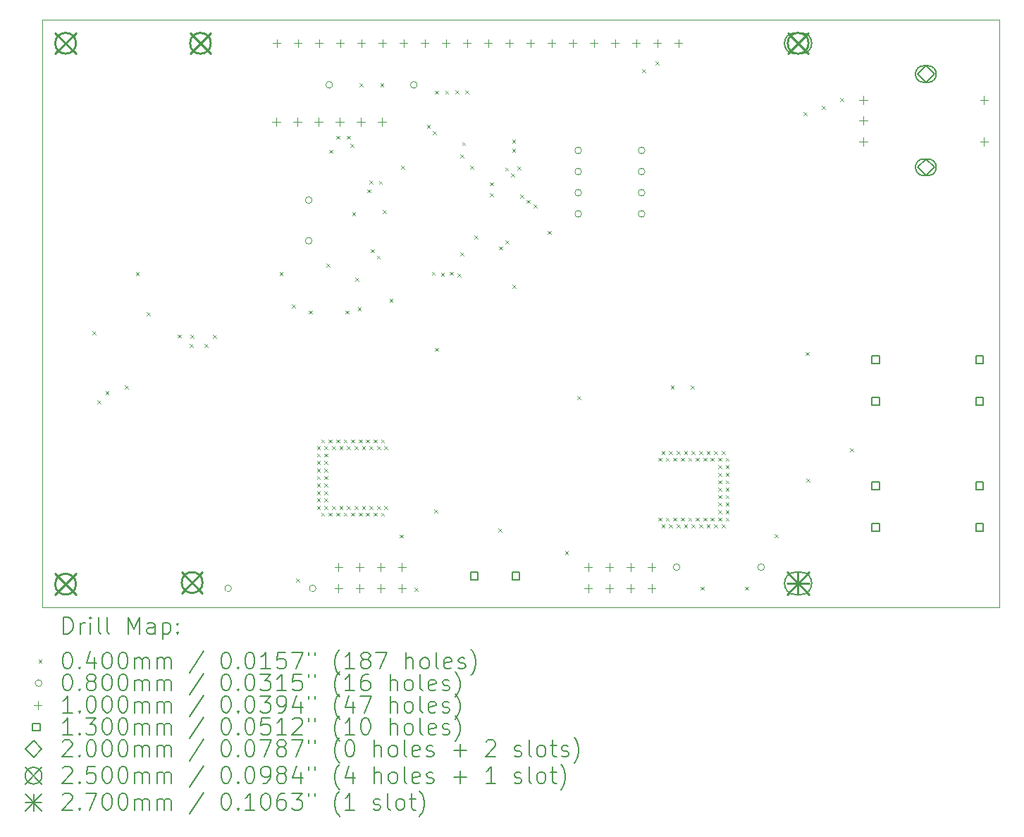
<source format=gbr>
%TF.GenerationSoftware,KiCad,Pcbnew,7.0.6*%
%TF.CreationDate,2023-08-14T12:57:00+02:00*%
%TF.ProjectId,forrasztos,666f7272-6173-47a7-946f-732e6b696361,rev?*%
%TF.SameCoordinates,Original*%
%TF.FileFunction,Drillmap*%
%TF.FilePolarity,Positive*%
%FSLAX45Y45*%
G04 Gerber Fmt 4.5, Leading zero omitted, Abs format (unit mm)*
G04 Created by KiCad (PCBNEW 7.0.6) date 2023-08-14 12:57:00*
%MOMM*%
%LPD*%
G01*
G04 APERTURE LIST*
%ADD10C,0.100000*%
%ADD11C,0.200000*%
%ADD12C,0.040000*%
%ADD13C,0.080000*%
%ADD14C,0.130000*%
%ADD15C,0.250000*%
%ADD16C,0.270000*%
G04 APERTURE END LIST*
D10*
X9320000Y-6270000D02*
X20820000Y-6270000D01*
X9320000Y-6270000D02*
X9320000Y-13330000D01*
X20820000Y-13330000D02*
X20820000Y-6270000D01*
X9320000Y-13330000D02*
X20820000Y-13330000D01*
D11*
D12*
X9922500Y-10010500D02*
X9962500Y-10050500D01*
X9962500Y-10010500D02*
X9922500Y-10050500D01*
X9980000Y-10838500D02*
X10020000Y-10878500D01*
X10020000Y-10838500D02*
X9980000Y-10878500D01*
X10080000Y-10730000D02*
X10120000Y-10770000D01*
X10120000Y-10730000D02*
X10080000Y-10770000D01*
X10312500Y-10660500D02*
X10352500Y-10700500D01*
X10352500Y-10660500D02*
X10312500Y-10700500D01*
X10442500Y-9300500D02*
X10482500Y-9340500D01*
X10482500Y-9300500D02*
X10442500Y-9340500D01*
X10572500Y-9780500D02*
X10612500Y-9820500D01*
X10612500Y-9780500D02*
X10572500Y-9820500D01*
X10948500Y-10048500D02*
X10988500Y-10088500D01*
X10988500Y-10048500D02*
X10948500Y-10088500D01*
X11090000Y-10160000D02*
X11130000Y-10200000D01*
X11130000Y-10160000D02*
X11090000Y-10200000D01*
X11097550Y-10050000D02*
X11137550Y-10090000D01*
X11137550Y-10050000D02*
X11097550Y-10090000D01*
X11270000Y-10160000D02*
X11310000Y-10200000D01*
X11310000Y-10160000D02*
X11270000Y-10200000D01*
X11370000Y-10050000D02*
X11410000Y-10090000D01*
X11410000Y-10050000D02*
X11370000Y-10090000D01*
X12170000Y-9300000D02*
X12210000Y-9340000D01*
X12210000Y-9300000D02*
X12170000Y-9340000D01*
X12320000Y-9690000D02*
X12360000Y-9730000D01*
X12360000Y-9690000D02*
X12320000Y-9730000D01*
X12370000Y-12980000D02*
X12410000Y-13020000D01*
X12410000Y-12980000D02*
X12370000Y-13020000D01*
X12520000Y-9760000D02*
X12560000Y-9800000D01*
X12560000Y-9760000D02*
X12520000Y-9800000D01*
X12620000Y-11390000D02*
X12660000Y-11430000D01*
X12660000Y-11390000D02*
X12620000Y-11430000D01*
X12620000Y-11480000D02*
X12660000Y-11520000D01*
X12660000Y-11480000D02*
X12620000Y-11520000D01*
X12620000Y-11570000D02*
X12660000Y-11610000D01*
X12660000Y-11570000D02*
X12620000Y-11610000D01*
X12620000Y-11660000D02*
X12660000Y-11700000D01*
X12660000Y-11660000D02*
X12620000Y-11700000D01*
X12620000Y-11750000D02*
X12660000Y-11790000D01*
X12660000Y-11750000D02*
X12620000Y-11790000D01*
X12620000Y-11840000D02*
X12660000Y-11880000D01*
X12660000Y-11840000D02*
X12620000Y-11880000D01*
X12620000Y-11930000D02*
X12660000Y-11970000D01*
X12660000Y-11930000D02*
X12620000Y-11970000D01*
X12620000Y-12020000D02*
X12660000Y-12060000D01*
X12660000Y-12020000D02*
X12620000Y-12060000D01*
X12620000Y-12110000D02*
X12660000Y-12150000D01*
X12660000Y-12110000D02*
X12620000Y-12150000D01*
X12670000Y-11310000D02*
X12710000Y-11350000D01*
X12710000Y-11310000D02*
X12670000Y-11350000D01*
X12670000Y-12190000D02*
X12710000Y-12230000D01*
X12710000Y-12190000D02*
X12670000Y-12230000D01*
X12710000Y-11390000D02*
X12750000Y-11430000D01*
X12750000Y-11390000D02*
X12710000Y-11430000D01*
X12710000Y-11480000D02*
X12750000Y-11520000D01*
X12750000Y-11480000D02*
X12710000Y-11520000D01*
X12710000Y-11570000D02*
X12750000Y-11610000D01*
X12750000Y-11570000D02*
X12710000Y-11610000D01*
X12710000Y-11660000D02*
X12750000Y-11700000D01*
X12750000Y-11660000D02*
X12710000Y-11700000D01*
X12710000Y-11750000D02*
X12750000Y-11790000D01*
X12750000Y-11750000D02*
X12710000Y-11790000D01*
X12710000Y-11840000D02*
X12750000Y-11880000D01*
X12750000Y-11840000D02*
X12710000Y-11880000D01*
X12710000Y-11930000D02*
X12750000Y-11970000D01*
X12750000Y-11930000D02*
X12710000Y-11970000D01*
X12710000Y-12020000D02*
X12750000Y-12060000D01*
X12750000Y-12020000D02*
X12710000Y-12060000D01*
X12710000Y-12110000D02*
X12750000Y-12150000D01*
X12750000Y-12110000D02*
X12710000Y-12150000D01*
X12733750Y-9196250D02*
X12773750Y-9236250D01*
X12773750Y-9196250D02*
X12733750Y-9236250D01*
X12760000Y-11310000D02*
X12800000Y-11350000D01*
X12800000Y-11310000D02*
X12760000Y-11350000D01*
X12760000Y-12190000D02*
X12800000Y-12230000D01*
X12800000Y-12190000D02*
X12760000Y-12230000D01*
X12770000Y-7831400D02*
X12810000Y-7871400D01*
X12810000Y-7831400D02*
X12770000Y-7871400D01*
X12800000Y-11390000D02*
X12840000Y-11430000D01*
X12840000Y-11390000D02*
X12800000Y-11430000D01*
X12800000Y-12110000D02*
X12840000Y-12150000D01*
X12840000Y-12110000D02*
X12800000Y-12150000D01*
X12849158Y-7661500D02*
X12889158Y-7701500D01*
X12889158Y-7661500D02*
X12849158Y-7701500D01*
X12850000Y-11310000D02*
X12890000Y-11350000D01*
X12890000Y-11310000D02*
X12850000Y-11350000D01*
X12850000Y-12190000D02*
X12890000Y-12230000D01*
X12890000Y-12190000D02*
X12850000Y-12230000D01*
X12890000Y-11390000D02*
X12930000Y-11430000D01*
X12930000Y-11390000D02*
X12890000Y-11430000D01*
X12890000Y-12110000D02*
X12930000Y-12150000D01*
X12930000Y-12110000D02*
X12890000Y-12150000D01*
X12940000Y-12190000D02*
X12980000Y-12230000D01*
X12980000Y-12190000D02*
X12940000Y-12230000D01*
X12940000Y-11310000D02*
X12980000Y-11350000D01*
X12980000Y-11310000D02*
X12940000Y-11350000D01*
X12960000Y-9760000D02*
X13000000Y-9800000D01*
X13000000Y-9760000D02*
X12960000Y-9800000D01*
X12980000Y-11390000D02*
X13020000Y-11430000D01*
X13020000Y-11390000D02*
X12980000Y-11430000D01*
X12980000Y-7660000D02*
X13020000Y-7700000D01*
X13020000Y-7660000D02*
X12980000Y-7700000D01*
X12980000Y-12110000D02*
X13020000Y-12150000D01*
X13020000Y-12110000D02*
X12980000Y-12150000D01*
X13020000Y-7760000D02*
X13060000Y-7800000D01*
X13060000Y-7760000D02*
X13020000Y-7800000D01*
X13030000Y-11310000D02*
X13070000Y-11350000D01*
X13070000Y-11310000D02*
X13030000Y-11350000D01*
X13030000Y-12190000D02*
X13070000Y-12230000D01*
X13070000Y-12190000D02*
X13030000Y-12230000D01*
X13041468Y-8580000D02*
X13081468Y-8620000D01*
X13081468Y-8580000D02*
X13041468Y-8620000D01*
X13070000Y-12110000D02*
X13110000Y-12150000D01*
X13110000Y-12110000D02*
X13070000Y-12150000D01*
X13070000Y-11390000D02*
X13110000Y-11430000D01*
X13110000Y-11390000D02*
X13070000Y-11430000D01*
X13080000Y-9370000D02*
X13120000Y-9410000D01*
X13120000Y-9370000D02*
X13080000Y-9410000D01*
X13110000Y-9720000D02*
X13150000Y-9760000D01*
X13150000Y-9720000D02*
X13110000Y-9760000D01*
X13120000Y-11310000D02*
X13160000Y-11350000D01*
X13160000Y-11310000D02*
X13120000Y-11350000D01*
X13120000Y-12190000D02*
X13160000Y-12230000D01*
X13160000Y-12190000D02*
X13120000Y-12230000D01*
X13130000Y-7030000D02*
X13170000Y-7070000D01*
X13170000Y-7030000D02*
X13130000Y-7070000D01*
X13160000Y-11390000D02*
X13200000Y-11430000D01*
X13200000Y-11390000D02*
X13160000Y-11430000D01*
X13160000Y-12110000D02*
X13200000Y-12150000D01*
X13200000Y-12110000D02*
X13160000Y-12150000D01*
X13210000Y-11310000D02*
X13250000Y-11350000D01*
X13250000Y-11310000D02*
X13210000Y-11350000D01*
X13210000Y-12190000D02*
X13250000Y-12230000D01*
X13250000Y-12190000D02*
X13210000Y-12230000D01*
X13224950Y-8303800D02*
X13264950Y-8343800D01*
X13264950Y-8303800D02*
X13224950Y-8343800D01*
X13249840Y-8200611D02*
X13289840Y-8240611D01*
X13289840Y-8200611D02*
X13249840Y-8240611D01*
X13250000Y-11390000D02*
X13290000Y-11430000D01*
X13290000Y-11390000D02*
X13250000Y-11430000D01*
X13250000Y-12110000D02*
X13290000Y-12150000D01*
X13290000Y-12110000D02*
X13250000Y-12150000D01*
X13263897Y-9024626D02*
X13303897Y-9064626D01*
X13303897Y-9024626D02*
X13263897Y-9064626D01*
X13300000Y-11310000D02*
X13340000Y-11350000D01*
X13340000Y-11310000D02*
X13300000Y-11350000D01*
X13300000Y-12190000D02*
X13340000Y-12230000D01*
X13340000Y-12190000D02*
X13300000Y-12230000D01*
X13339635Y-9100365D02*
X13379635Y-9140365D01*
X13379635Y-9100365D02*
X13339635Y-9140365D01*
X13340000Y-11390000D02*
X13380000Y-11430000D01*
X13380000Y-11390000D02*
X13340000Y-11430000D01*
X13340000Y-12110000D02*
X13380000Y-12150000D01*
X13380000Y-12110000D02*
X13340000Y-12150000D01*
X13363336Y-8203400D02*
X13403336Y-8243400D01*
X13403336Y-8203400D02*
X13363336Y-8243400D01*
X13380000Y-7030000D02*
X13420000Y-7070000D01*
X13420000Y-7030000D02*
X13380000Y-7070000D01*
X13390000Y-11310000D02*
X13430000Y-11350000D01*
X13430000Y-11310000D02*
X13390000Y-11350000D01*
X13390000Y-12190000D02*
X13430000Y-12230000D01*
X13430000Y-12190000D02*
X13390000Y-12230000D01*
X13410000Y-8553700D02*
X13450000Y-8593700D01*
X13450000Y-8553700D02*
X13410000Y-8593700D01*
X13430000Y-11390000D02*
X13470000Y-11430000D01*
X13470000Y-11390000D02*
X13430000Y-11430000D01*
X13430000Y-12110000D02*
X13470000Y-12150000D01*
X13470000Y-12110000D02*
X13430000Y-12150000D01*
X13490000Y-9620000D02*
X13530000Y-9660000D01*
X13530000Y-9620000D02*
X13490000Y-9660000D01*
X13615982Y-12452991D02*
X13655982Y-12492991D01*
X13655982Y-12452991D02*
X13615982Y-12492991D01*
X13632100Y-8021950D02*
X13672100Y-8061950D01*
X13672100Y-8021950D02*
X13632100Y-8061950D01*
X13790000Y-13090000D02*
X13830000Y-13130000D01*
X13830000Y-13090000D02*
X13790000Y-13130000D01*
X13939250Y-7530000D02*
X13979250Y-7570000D01*
X13979250Y-7530000D02*
X13939250Y-7570000D01*
X14000000Y-9295050D02*
X14040000Y-9335050D01*
X14040000Y-9295050D02*
X14000000Y-9335050D01*
X14014300Y-7607300D02*
X14054300Y-7647300D01*
X14054300Y-7607300D02*
X14014300Y-7647300D01*
X14030000Y-12150000D02*
X14070000Y-12190000D01*
X14070000Y-12150000D02*
X14030000Y-12190000D01*
X14040000Y-7120000D02*
X14080000Y-7160000D01*
X14080000Y-7120000D02*
X14040000Y-7160000D01*
X14040000Y-10210000D02*
X14080000Y-10250000D01*
X14080000Y-10210000D02*
X14040000Y-10250000D01*
X14110000Y-9310000D02*
X14150000Y-9350000D01*
X14150000Y-9310000D02*
X14110000Y-9350000D01*
X14160000Y-7120000D02*
X14200000Y-7160000D01*
X14200000Y-7120000D02*
X14160000Y-7160000D01*
X14212002Y-9294950D02*
X14252002Y-9334950D01*
X14252002Y-9294950D02*
X14212002Y-9334950D01*
X14280000Y-7114950D02*
X14320000Y-7154950D01*
X14320000Y-7114950D02*
X14280000Y-7154950D01*
X14310365Y-9314950D02*
X14350365Y-9354950D01*
X14350365Y-9314950D02*
X14310365Y-9354950D01*
X14340000Y-9060000D02*
X14380000Y-9100000D01*
X14380000Y-9060000D02*
X14340000Y-9100000D01*
X14344473Y-7886723D02*
X14384473Y-7926723D01*
X14384473Y-7886723D02*
X14344473Y-7926723D01*
X14364150Y-7736773D02*
X14404150Y-7776773D01*
X14404150Y-7736773D02*
X14364150Y-7776773D01*
X14400000Y-7114950D02*
X14440000Y-7154950D01*
X14440000Y-7114950D02*
X14400000Y-7154950D01*
X14460000Y-8021950D02*
X14500000Y-8061950D01*
X14500000Y-8021950D02*
X14460000Y-8061950D01*
X14510000Y-8860000D02*
X14550000Y-8900000D01*
X14550000Y-8860000D02*
X14510000Y-8900000D01*
X14694950Y-8353800D02*
X14734950Y-8393800D01*
X14734950Y-8353800D02*
X14694950Y-8393800D01*
X14700000Y-8220000D02*
X14740000Y-8260000D01*
X14740000Y-8220000D02*
X14700000Y-8260000D01*
X14800000Y-12380000D02*
X14840000Y-12420000D01*
X14840000Y-12380000D02*
X14800000Y-12420000D01*
X14810000Y-8990000D02*
X14850000Y-9030000D01*
X14850000Y-8990000D02*
X14810000Y-9030000D01*
X14878708Y-8041292D02*
X14918708Y-8081292D01*
X14918708Y-8041292D02*
X14878708Y-8081292D01*
X14885765Y-8920000D02*
X14925765Y-8960000D01*
X14925765Y-8920000D02*
X14885765Y-8960000D01*
X14953708Y-8112002D02*
X14993708Y-8152002D01*
X14993708Y-8112002D02*
X14953708Y-8152002D01*
X14963658Y-7710000D02*
X15003658Y-7750000D01*
X15003658Y-7710000D02*
X14963658Y-7750000D01*
X14963658Y-7820000D02*
X15003658Y-7860000D01*
X15003658Y-7820000D02*
X14963658Y-7860000D01*
X14970000Y-9450000D02*
X15010000Y-9490000D01*
X15010000Y-9450000D02*
X14970000Y-9490000D01*
X15028708Y-8030000D02*
X15068708Y-8070000D01*
X15068708Y-8030000D02*
X15028708Y-8070000D01*
X15064280Y-8365834D02*
X15104280Y-8405834D01*
X15104280Y-8365834D02*
X15064280Y-8405834D01*
X15140542Y-8430441D02*
X15180542Y-8470441D01*
X15180542Y-8430441D02*
X15140542Y-8470441D01*
X15222688Y-8488361D02*
X15262688Y-8528361D01*
X15262688Y-8488361D02*
X15222688Y-8528361D01*
X15390000Y-8805000D02*
X15430000Y-8845000D01*
X15430000Y-8805000D02*
X15390000Y-8845000D01*
X15600000Y-12650000D02*
X15640000Y-12690000D01*
X15640000Y-12650000D02*
X15600000Y-12690000D01*
X15750000Y-10790000D02*
X15790000Y-10830000D01*
X15790000Y-10790000D02*
X15750000Y-10830000D01*
X16525000Y-6860000D02*
X16565000Y-6900000D01*
X16565000Y-6860000D02*
X16525000Y-6900000D01*
X16690000Y-6770000D02*
X16730000Y-6810000D01*
X16730000Y-6770000D02*
X16690000Y-6810000D01*
X16720000Y-11530000D02*
X16760000Y-11570000D01*
X16760000Y-11530000D02*
X16720000Y-11570000D01*
X16720000Y-12250000D02*
X16760000Y-12290000D01*
X16760000Y-12250000D02*
X16720000Y-12290000D01*
X16760000Y-11450000D02*
X16800000Y-11490000D01*
X16800000Y-11450000D02*
X16760000Y-11490000D01*
X16760000Y-12330000D02*
X16800000Y-12370000D01*
X16800000Y-12330000D02*
X16760000Y-12370000D01*
X16810000Y-11530000D02*
X16850000Y-11570000D01*
X16850000Y-11530000D02*
X16810000Y-11570000D01*
X16810000Y-12250000D02*
X16850000Y-12290000D01*
X16850000Y-12250000D02*
X16810000Y-12290000D01*
X16850000Y-11450000D02*
X16890000Y-11490000D01*
X16890000Y-11450000D02*
X16850000Y-11490000D01*
X16850000Y-12330000D02*
X16890000Y-12370000D01*
X16890000Y-12330000D02*
X16850000Y-12370000D01*
X16870000Y-10660000D02*
X16910000Y-10700000D01*
X16910000Y-10660000D02*
X16870000Y-10700000D01*
X16900000Y-11530000D02*
X16940000Y-11570000D01*
X16940000Y-11530000D02*
X16900000Y-11570000D01*
X16900000Y-12250000D02*
X16940000Y-12290000D01*
X16940000Y-12250000D02*
X16900000Y-12290000D01*
X16940000Y-11450000D02*
X16980000Y-11490000D01*
X16980000Y-11450000D02*
X16940000Y-11490000D01*
X16940000Y-12330000D02*
X16980000Y-12370000D01*
X16980000Y-12330000D02*
X16940000Y-12370000D01*
X16990000Y-11530000D02*
X17030000Y-11570000D01*
X17030000Y-11530000D02*
X16990000Y-11570000D01*
X16990000Y-12250000D02*
X17030000Y-12290000D01*
X17030000Y-12250000D02*
X16990000Y-12290000D01*
X17030000Y-11450000D02*
X17070000Y-11490000D01*
X17070000Y-11450000D02*
X17030000Y-11490000D01*
X17030000Y-12330000D02*
X17070000Y-12370000D01*
X17070000Y-12330000D02*
X17030000Y-12370000D01*
X17080000Y-11530000D02*
X17120000Y-11570000D01*
X17120000Y-11530000D02*
X17080000Y-11570000D01*
X17080000Y-12250000D02*
X17120000Y-12290000D01*
X17120000Y-12250000D02*
X17080000Y-12290000D01*
X17110000Y-10660000D02*
X17150000Y-10700000D01*
X17150000Y-10660000D02*
X17110000Y-10700000D01*
X17120000Y-12330000D02*
X17160000Y-12370000D01*
X17160000Y-12330000D02*
X17120000Y-12370000D01*
X17120000Y-11450000D02*
X17160000Y-11490000D01*
X17160000Y-11450000D02*
X17120000Y-11490000D01*
X17170000Y-12250000D02*
X17210000Y-12290000D01*
X17210000Y-12250000D02*
X17170000Y-12290000D01*
X17170000Y-11530000D02*
X17210000Y-11570000D01*
X17210000Y-11530000D02*
X17170000Y-11570000D01*
X17210000Y-11450000D02*
X17250000Y-11490000D01*
X17250000Y-11450000D02*
X17210000Y-11490000D01*
X17210000Y-12330000D02*
X17250000Y-12370000D01*
X17250000Y-12330000D02*
X17210000Y-12370000D01*
X17230000Y-13080000D02*
X17270000Y-13120000D01*
X17270000Y-13080000D02*
X17230000Y-13120000D01*
X17260000Y-11530000D02*
X17300000Y-11570000D01*
X17300000Y-11530000D02*
X17260000Y-11570000D01*
X17260000Y-12250000D02*
X17300000Y-12290000D01*
X17300000Y-12250000D02*
X17260000Y-12290000D01*
X17300000Y-11450000D02*
X17340000Y-11490000D01*
X17340000Y-11450000D02*
X17300000Y-11490000D01*
X17300000Y-12330000D02*
X17340000Y-12370000D01*
X17340000Y-12330000D02*
X17300000Y-12370000D01*
X17350000Y-11530000D02*
X17390000Y-11570000D01*
X17390000Y-11530000D02*
X17350000Y-11570000D01*
X17350000Y-12250000D02*
X17390000Y-12290000D01*
X17390000Y-12250000D02*
X17350000Y-12290000D01*
X17390000Y-11450000D02*
X17430000Y-11490000D01*
X17430000Y-11450000D02*
X17390000Y-11490000D01*
X17390000Y-12330000D02*
X17430000Y-12370000D01*
X17430000Y-12330000D02*
X17390000Y-12370000D01*
X17440000Y-11530000D02*
X17480000Y-11570000D01*
X17480000Y-11530000D02*
X17440000Y-11570000D01*
X17440000Y-11620000D02*
X17480000Y-11660000D01*
X17480000Y-11620000D02*
X17440000Y-11660000D01*
X17440000Y-11710000D02*
X17480000Y-11750000D01*
X17480000Y-11710000D02*
X17440000Y-11750000D01*
X17440000Y-11800000D02*
X17480000Y-11840000D01*
X17480000Y-11800000D02*
X17440000Y-11840000D01*
X17440000Y-11890000D02*
X17480000Y-11930000D01*
X17480000Y-11890000D02*
X17440000Y-11930000D01*
X17440000Y-11980000D02*
X17480000Y-12020000D01*
X17480000Y-11980000D02*
X17440000Y-12020000D01*
X17440000Y-12070000D02*
X17480000Y-12110000D01*
X17480000Y-12070000D02*
X17440000Y-12110000D01*
X17440000Y-12160000D02*
X17480000Y-12200000D01*
X17480000Y-12160000D02*
X17440000Y-12200000D01*
X17440000Y-12250000D02*
X17480000Y-12290000D01*
X17480000Y-12250000D02*
X17440000Y-12290000D01*
X17480000Y-11450000D02*
X17520000Y-11490000D01*
X17520000Y-11450000D02*
X17480000Y-11490000D01*
X17480000Y-12330000D02*
X17520000Y-12370000D01*
X17520000Y-12330000D02*
X17480000Y-12370000D01*
X17530000Y-11530000D02*
X17570000Y-11570000D01*
X17570000Y-11530000D02*
X17530000Y-11570000D01*
X17530000Y-11620000D02*
X17570000Y-11660000D01*
X17570000Y-11620000D02*
X17530000Y-11660000D01*
X17530000Y-11710000D02*
X17570000Y-11750000D01*
X17570000Y-11710000D02*
X17530000Y-11750000D01*
X17530000Y-11800000D02*
X17570000Y-11840000D01*
X17570000Y-11800000D02*
X17530000Y-11840000D01*
X17530000Y-11890000D02*
X17570000Y-11930000D01*
X17570000Y-11890000D02*
X17530000Y-11930000D01*
X17530000Y-11980000D02*
X17570000Y-12020000D01*
X17570000Y-11980000D02*
X17530000Y-12020000D01*
X17530000Y-12070000D02*
X17570000Y-12110000D01*
X17570000Y-12070000D02*
X17530000Y-12110000D01*
X17530000Y-12160000D02*
X17570000Y-12200000D01*
X17570000Y-12160000D02*
X17530000Y-12200000D01*
X17530000Y-12250000D02*
X17570000Y-12290000D01*
X17570000Y-12250000D02*
X17530000Y-12290000D01*
X17760000Y-13080000D02*
X17800000Y-13120000D01*
X17800000Y-13080000D02*
X17760000Y-13120000D01*
X18120000Y-12450000D02*
X18160000Y-12490000D01*
X18160000Y-12450000D02*
X18120000Y-12490000D01*
X18465000Y-7380000D02*
X18505000Y-7420000D01*
X18505000Y-7380000D02*
X18465000Y-7420000D01*
X18490000Y-10260000D02*
X18530000Y-10300000D01*
X18530000Y-10260000D02*
X18490000Y-10300000D01*
X18500000Y-11780000D02*
X18540000Y-11820000D01*
X18540000Y-11780000D02*
X18500000Y-11820000D01*
X18685000Y-7300000D02*
X18725000Y-7340000D01*
X18725000Y-7300000D02*
X18685000Y-7340000D01*
X18905000Y-7210000D02*
X18945000Y-7250000D01*
X18945000Y-7210000D02*
X18905000Y-7250000D01*
X19024000Y-11416000D02*
X19064000Y-11456000D01*
X19064000Y-11416000D02*
X19024000Y-11456000D01*
D13*
X11592000Y-13100000D02*
G75*
G03*
X11592000Y-13100000I-40000J0D01*
G01*
X12560000Y-8435000D02*
G75*
G03*
X12560000Y-8435000I-40000J0D01*
G01*
X12560000Y-8923000D02*
G75*
G03*
X12560000Y-8923000I-40000J0D01*
G01*
X12608000Y-13100000D02*
G75*
G03*
X12608000Y-13100000I-40000J0D01*
G01*
X12807000Y-7050000D02*
G75*
G03*
X12807000Y-7050000I-40000J0D01*
G01*
X13823000Y-7050000D02*
G75*
G03*
X13823000Y-7050000I-40000J0D01*
G01*
X15798000Y-7838000D02*
G75*
G03*
X15798000Y-7838000I-40000J0D01*
G01*
X15798000Y-8092000D02*
G75*
G03*
X15798000Y-8092000I-40000J0D01*
G01*
X15798000Y-8346000D02*
G75*
G03*
X15798000Y-8346000I-40000J0D01*
G01*
X15798000Y-8600000D02*
G75*
G03*
X15798000Y-8600000I-40000J0D01*
G01*
X16560000Y-7838000D02*
G75*
G03*
X16560000Y-7838000I-40000J0D01*
G01*
X16560000Y-8092000D02*
G75*
G03*
X16560000Y-8092000I-40000J0D01*
G01*
X16560000Y-8346000D02*
G75*
G03*
X16560000Y-8346000I-40000J0D01*
G01*
X16560000Y-8600000D02*
G75*
G03*
X16560000Y-8600000I-40000J0D01*
G01*
X16980000Y-12846000D02*
G75*
G03*
X16980000Y-12846000I-40000J0D01*
G01*
X17996000Y-12846000D02*
G75*
G03*
X17996000Y-12846000I-40000J0D01*
G01*
D10*
X12128100Y-7445850D02*
X12128100Y-7545850D01*
X12078100Y-7495850D02*
X12178100Y-7495850D01*
X12135500Y-6500000D02*
X12135500Y-6600000D01*
X12085500Y-6550000D02*
X12185500Y-6550000D01*
X12382100Y-7445850D02*
X12382100Y-7545850D01*
X12332100Y-7495850D02*
X12432100Y-7495850D01*
X12389500Y-6500000D02*
X12389500Y-6600000D01*
X12339500Y-6550000D02*
X12439500Y-6550000D01*
X12636100Y-7445850D02*
X12636100Y-7545850D01*
X12586100Y-7495850D02*
X12686100Y-7495850D01*
X12643500Y-6500000D02*
X12643500Y-6600000D01*
X12593500Y-6550000D02*
X12693500Y-6550000D01*
X12880000Y-12797000D02*
X12880000Y-12897000D01*
X12830000Y-12847000D02*
X12930000Y-12847000D01*
X12880000Y-13051000D02*
X12880000Y-13151000D01*
X12830000Y-13101000D02*
X12930000Y-13101000D01*
X12890100Y-7445850D02*
X12890100Y-7545850D01*
X12840100Y-7495850D02*
X12940100Y-7495850D01*
X12897500Y-6500000D02*
X12897500Y-6600000D01*
X12847500Y-6550000D02*
X12947500Y-6550000D01*
X13134000Y-12797000D02*
X13134000Y-12897000D01*
X13084000Y-12847000D02*
X13184000Y-12847000D01*
X13134000Y-13051000D02*
X13134000Y-13151000D01*
X13084000Y-13101000D02*
X13184000Y-13101000D01*
X13144100Y-7445850D02*
X13144100Y-7545850D01*
X13094100Y-7495850D02*
X13194100Y-7495850D01*
X13151500Y-6500000D02*
X13151500Y-6600000D01*
X13101500Y-6550000D02*
X13201500Y-6550000D01*
X13388000Y-12797000D02*
X13388000Y-12897000D01*
X13338000Y-12847000D02*
X13438000Y-12847000D01*
X13388000Y-13051000D02*
X13388000Y-13151000D01*
X13338000Y-13101000D02*
X13438000Y-13101000D01*
X13398100Y-7445850D02*
X13398100Y-7545850D01*
X13348100Y-7495850D02*
X13448100Y-7495850D01*
X13405500Y-6500000D02*
X13405500Y-6600000D01*
X13355500Y-6550000D02*
X13455500Y-6550000D01*
X13642000Y-12797000D02*
X13642000Y-12897000D01*
X13592000Y-12847000D02*
X13692000Y-12847000D01*
X13642000Y-13051000D02*
X13642000Y-13151000D01*
X13592000Y-13101000D02*
X13692000Y-13101000D01*
X13659500Y-6500000D02*
X13659500Y-6600000D01*
X13609500Y-6550000D02*
X13709500Y-6550000D01*
X13913500Y-6500000D02*
X13913500Y-6600000D01*
X13863500Y-6550000D02*
X13963500Y-6550000D01*
X14167500Y-6500000D02*
X14167500Y-6600000D01*
X14117500Y-6550000D02*
X14217500Y-6550000D01*
X14421500Y-6500000D02*
X14421500Y-6600000D01*
X14371500Y-6550000D02*
X14471500Y-6550000D01*
X14675500Y-6500000D02*
X14675500Y-6600000D01*
X14625500Y-6550000D02*
X14725500Y-6550000D01*
X14929500Y-6500000D02*
X14929500Y-6600000D01*
X14879500Y-6550000D02*
X14979500Y-6550000D01*
X15183500Y-6500000D02*
X15183500Y-6600000D01*
X15133500Y-6550000D02*
X15233500Y-6550000D01*
X15437500Y-6500000D02*
X15437500Y-6600000D01*
X15387500Y-6550000D02*
X15487500Y-6550000D01*
X15691500Y-6500000D02*
X15691500Y-6600000D01*
X15641500Y-6550000D02*
X15741500Y-6550000D01*
X15878000Y-12796000D02*
X15878000Y-12896000D01*
X15828000Y-12846000D02*
X15928000Y-12846000D01*
X15878000Y-13050000D02*
X15878000Y-13150000D01*
X15828000Y-13100000D02*
X15928000Y-13100000D01*
X15945500Y-6500000D02*
X15945500Y-6600000D01*
X15895500Y-6550000D02*
X15995500Y-6550000D01*
X16132000Y-12796000D02*
X16132000Y-12896000D01*
X16082000Y-12846000D02*
X16182000Y-12846000D01*
X16132000Y-13050000D02*
X16132000Y-13150000D01*
X16082000Y-13100000D02*
X16182000Y-13100000D01*
X16199500Y-6500000D02*
X16199500Y-6600000D01*
X16149500Y-6550000D02*
X16249500Y-6550000D01*
X16386000Y-12796000D02*
X16386000Y-12896000D01*
X16336000Y-12846000D02*
X16436000Y-12846000D01*
X16386000Y-13050000D02*
X16386000Y-13150000D01*
X16336000Y-13100000D02*
X16436000Y-13100000D01*
X16453500Y-6500000D02*
X16453500Y-6600000D01*
X16403500Y-6550000D02*
X16503500Y-6550000D01*
X16640000Y-12796000D02*
X16640000Y-12896000D01*
X16590000Y-12846000D02*
X16690000Y-12846000D01*
X16640000Y-13050000D02*
X16640000Y-13150000D01*
X16590000Y-13100000D02*
X16690000Y-13100000D01*
X16707500Y-6500000D02*
X16707500Y-6600000D01*
X16657500Y-6550000D02*
X16757500Y-6550000D01*
X16961500Y-6500000D02*
X16961500Y-6600000D01*
X16911500Y-6550000D02*
X17011500Y-6550000D01*
X19185000Y-7180000D02*
X19185000Y-7280000D01*
X19135000Y-7230000D02*
X19235000Y-7230000D01*
X19185000Y-7430000D02*
X19185000Y-7530000D01*
X19135000Y-7480000D02*
X19235000Y-7480000D01*
X19185000Y-7680000D02*
X19185000Y-7780000D01*
X19135000Y-7730000D02*
X19235000Y-7730000D01*
X20635000Y-7180000D02*
X20635000Y-7280000D01*
X20585000Y-7230000D02*
X20685000Y-7230000D01*
X20635000Y-7680000D02*
X20635000Y-7780000D01*
X20585000Y-7730000D02*
X20685000Y-7730000D01*
D14*
X14555962Y-12995962D02*
X14555962Y-12904038D01*
X14464038Y-12904038D01*
X14464038Y-12995962D01*
X14555962Y-12995962D01*
X15055962Y-12995962D02*
X15055962Y-12904038D01*
X14964038Y-12904038D01*
X14964038Y-12995962D01*
X15055962Y-12995962D01*
X19375962Y-10395962D02*
X19375962Y-10304038D01*
X19284038Y-10304038D01*
X19284038Y-10395962D01*
X19375962Y-10395962D01*
X19375962Y-10895962D02*
X19375962Y-10804038D01*
X19284038Y-10804038D01*
X19284038Y-10895962D01*
X19375962Y-10895962D01*
X19375962Y-11915962D02*
X19375962Y-11824038D01*
X19284038Y-11824038D01*
X19284038Y-11915962D01*
X19375962Y-11915962D01*
X19375962Y-12415962D02*
X19375962Y-12324038D01*
X19284038Y-12324038D01*
X19284038Y-12415962D01*
X19375962Y-12415962D01*
X20625962Y-10395962D02*
X20625962Y-10304038D01*
X20534038Y-10304038D01*
X20534038Y-10395962D01*
X20625962Y-10395962D01*
X20625962Y-10895962D02*
X20625962Y-10804038D01*
X20534038Y-10804038D01*
X20534038Y-10895962D01*
X20625962Y-10895962D01*
X20625962Y-11915962D02*
X20625962Y-11824038D01*
X20534038Y-11824038D01*
X20534038Y-11915962D01*
X20625962Y-11915962D01*
X20625962Y-12415962D02*
X20625962Y-12324038D01*
X20534038Y-12324038D01*
X20534038Y-12415962D01*
X20625962Y-12415962D01*
D11*
X19935000Y-7020000D02*
X20035000Y-6920000D01*
X19935000Y-6820000D01*
X19835000Y-6920000D01*
X19935000Y-7020000D01*
X19910000Y-7020000D02*
X19960000Y-7020000D01*
X19960000Y-7020000D02*
G75*
G03*
X19960000Y-6820000I0J100000D01*
G01*
X19960000Y-6820000D02*
X19910000Y-6820000D01*
X19910000Y-6820000D02*
G75*
G03*
X19910000Y-7020000I0J-100000D01*
G01*
X19935000Y-8140000D02*
X20035000Y-8040000D01*
X19935000Y-7940000D01*
X19835000Y-8040000D01*
X19935000Y-8140000D01*
X19910000Y-8140000D02*
X19960000Y-8140000D01*
X19960000Y-8140000D02*
G75*
G03*
X19960000Y-7940000I0J100000D01*
G01*
X19960000Y-7940000D02*
X19910000Y-7940000D01*
X19910000Y-7940000D02*
G75*
G03*
X19910000Y-8140000I0J-100000D01*
G01*
D15*
X9475000Y-6425000D02*
X9725000Y-6675000D01*
X9725000Y-6425000D02*
X9475000Y-6675000D01*
X9725000Y-6550000D02*
G75*
G03*
X9725000Y-6550000I-125000J0D01*
G01*
X9475000Y-12925000D02*
X9725000Y-13175000D01*
X9725000Y-12925000D02*
X9475000Y-13175000D01*
X9725000Y-13050000D02*
G75*
G03*
X9725000Y-13050000I-125000J0D01*
G01*
X10995000Y-12905000D02*
X11245000Y-13155000D01*
X11245000Y-12905000D02*
X10995000Y-13155000D01*
X11245000Y-13030000D02*
G75*
G03*
X11245000Y-13030000I-125000J0D01*
G01*
X11095000Y-6425000D02*
X11345000Y-6675000D01*
X11345000Y-6425000D02*
X11095000Y-6675000D01*
X11345000Y-6550000D02*
G75*
G03*
X11345000Y-6550000I-125000J0D01*
G01*
X18275000Y-6425000D02*
X18525000Y-6675000D01*
X18525000Y-6425000D02*
X18275000Y-6675000D01*
X18525000Y-6550000D02*
G75*
G03*
X18525000Y-6550000I-125000J0D01*
G01*
D11*
X18361500Y-6675000D02*
X18438500Y-6675000D01*
X18438500Y-6675000D02*
G75*
G03*
X18438500Y-6425000I0J125000D01*
G01*
X18438500Y-6425000D02*
X18361500Y-6425000D01*
X18361500Y-6425000D02*
G75*
G03*
X18361500Y-6675000I0J-125000D01*
G01*
D16*
X18265000Y-12905000D02*
X18535000Y-13175000D01*
X18535000Y-12905000D02*
X18265000Y-13175000D01*
X18400000Y-12905000D02*
X18400000Y-13175000D01*
X18265000Y-13040000D02*
X18535000Y-13040000D01*
D11*
X18371500Y-13175000D02*
X18428500Y-13175000D01*
X18428500Y-13175000D02*
G75*
G03*
X18428500Y-12905000I0J135000D01*
G01*
X18428500Y-12905000D02*
X18371500Y-12905000D01*
X18371500Y-12905000D02*
G75*
G03*
X18371500Y-13175000I0J-135000D01*
G01*
X9575777Y-13646484D02*
X9575777Y-13446484D01*
X9575777Y-13446484D02*
X9623396Y-13446484D01*
X9623396Y-13446484D02*
X9651967Y-13456008D01*
X9651967Y-13456008D02*
X9671015Y-13475055D01*
X9671015Y-13475055D02*
X9680539Y-13494103D01*
X9680539Y-13494103D02*
X9690063Y-13532198D01*
X9690063Y-13532198D02*
X9690063Y-13560769D01*
X9690063Y-13560769D02*
X9680539Y-13598865D01*
X9680539Y-13598865D02*
X9671015Y-13617912D01*
X9671015Y-13617912D02*
X9651967Y-13636960D01*
X9651967Y-13636960D02*
X9623396Y-13646484D01*
X9623396Y-13646484D02*
X9575777Y-13646484D01*
X9775777Y-13646484D02*
X9775777Y-13513150D01*
X9775777Y-13551246D02*
X9785301Y-13532198D01*
X9785301Y-13532198D02*
X9794824Y-13522674D01*
X9794824Y-13522674D02*
X9813872Y-13513150D01*
X9813872Y-13513150D02*
X9832920Y-13513150D01*
X9899586Y-13646484D02*
X9899586Y-13513150D01*
X9899586Y-13446484D02*
X9890063Y-13456008D01*
X9890063Y-13456008D02*
X9899586Y-13465531D01*
X9899586Y-13465531D02*
X9909110Y-13456008D01*
X9909110Y-13456008D02*
X9899586Y-13446484D01*
X9899586Y-13446484D02*
X9899586Y-13465531D01*
X10023396Y-13646484D02*
X10004348Y-13636960D01*
X10004348Y-13636960D02*
X9994824Y-13617912D01*
X9994824Y-13617912D02*
X9994824Y-13446484D01*
X10128158Y-13646484D02*
X10109110Y-13636960D01*
X10109110Y-13636960D02*
X10099586Y-13617912D01*
X10099586Y-13617912D02*
X10099586Y-13446484D01*
X10356729Y-13646484D02*
X10356729Y-13446484D01*
X10356729Y-13446484D02*
X10423396Y-13589341D01*
X10423396Y-13589341D02*
X10490063Y-13446484D01*
X10490063Y-13446484D02*
X10490063Y-13646484D01*
X10671015Y-13646484D02*
X10671015Y-13541722D01*
X10671015Y-13541722D02*
X10661491Y-13522674D01*
X10661491Y-13522674D02*
X10642444Y-13513150D01*
X10642444Y-13513150D02*
X10604348Y-13513150D01*
X10604348Y-13513150D02*
X10585301Y-13522674D01*
X10671015Y-13636960D02*
X10651967Y-13646484D01*
X10651967Y-13646484D02*
X10604348Y-13646484D01*
X10604348Y-13646484D02*
X10585301Y-13636960D01*
X10585301Y-13636960D02*
X10575777Y-13617912D01*
X10575777Y-13617912D02*
X10575777Y-13598865D01*
X10575777Y-13598865D02*
X10585301Y-13579817D01*
X10585301Y-13579817D02*
X10604348Y-13570293D01*
X10604348Y-13570293D02*
X10651967Y-13570293D01*
X10651967Y-13570293D02*
X10671015Y-13560769D01*
X10766253Y-13513150D02*
X10766253Y-13713150D01*
X10766253Y-13522674D02*
X10785301Y-13513150D01*
X10785301Y-13513150D02*
X10823396Y-13513150D01*
X10823396Y-13513150D02*
X10842444Y-13522674D01*
X10842444Y-13522674D02*
X10851967Y-13532198D01*
X10851967Y-13532198D02*
X10861491Y-13551246D01*
X10861491Y-13551246D02*
X10861491Y-13608388D01*
X10861491Y-13608388D02*
X10851967Y-13627436D01*
X10851967Y-13627436D02*
X10842444Y-13636960D01*
X10842444Y-13636960D02*
X10823396Y-13646484D01*
X10823396Y-13646484D02*
X10785301Y-13646484D01*
X10785301Y-13646484D02*
X10766253Y-13636960D01*
X10947205Y-13627436D02*
X10956729Y-13636960D01*
X10956729Y-13636960D02*
X10947205Y-13646484D01*
X10947205Y-13646484D02*
X10937682Y-13636960D01*
X10937682Y-13636960D02*
X10947205Y-13627436D01*
X10947205Y-13627436D02*
X10947205Y-13646484D01*
X10947205Y-13522674D02*
X10956729Y-13532198D01*
X10956729Y-13532198D02*
X10947205Y-13541722D01*
X10947205Y-13541722D02*
X10937682Y-13532198D01*
X10937682Y-13532198D02*
X10947205Y-13522674D01*
X10947205Y-13522674D02*
X10947205Y-13541722D01*
D12*
X9275000Y-13955000D02*
X9315000Y-13995000D01*
X9315000Y-13955000D02*
X9275000Y-13995000D01*
D11*
X9613872Y-13866484D02*
X9632920Y-13866484D01*
X9632920Y-13866484D02*
X9651967Y-13876008D01*
X9651967Y-13876008D02*
X9661491Y-13885531D01*
X9661491Y-13885531D02*
X9671015Y-13904579D01*
X9671015Y-13904579D02*
X9680539Y-13942674D01*
X9680539Y-13942674D02*
X9680539Y-13990293D01*
X9680539Y-13990293D02*
X9671015Y-14028388D01*
X9671015Y-14028388D02*
X9661491Y-14047436D01*
X9661491Y-14047436D02*
X9651967Y-14056960D01*
X9651967Y-14056960D02*
X9632920Y-14066484D01*
X9632920Y-14066484D02*
X9613872Y-14066484D01*
X9613872Y-14066484D02*
X9594824Y-14056960D01*
X9594824Y-14056960D02*
X9585301Y-14047436D01*
X9585301Y-14047436D02*
X9575777Y-14028388D01*
X9575777Y-14028388D02*
X9566253Y-13990293D01*
X9566253Y-13990293D02*
X9566253Y-13942674D01*
X9566253Y-13942674D02*
X9575777Y-13904579D01*
X9575777Y-13904579D02*
X9585301Y-13885531D01*
X9585301Y-13885531D02*
X9594824Y-13876008D01*
X9594824Y-13876008D02*
X9613872Y-13866484D01*
X9766253Y-14047436D02*
X9775777Y-14056960D01*
X9775777Y-14056960D02*
X9766253Y-14066484D01*
X9766253Y-14066484D02*
X9756729Y-14056960D01*
X9756729Y-14056960D02*
X9766253Y-14047436D01*
X9766253Y-14047436D02*
X9766253Y-14066484D01*
X9947205Y-13933150D02*
X9947205Y-14066484D01*
X9899586Y-13856960D02*
X9851967Y-13999817D01*
X9851967Y-13999817D02*
X9975777Y-13999817D01*
X10090063Y-13866484D02*
X10109110Y-13866484D01*
X10109110Y-13866484D02*
X10128158Y-13876008D01*
X10128158Y-13876008D02*
X10137682Y-13885531D01*
X10137682Y-13885531D02*
X10147205Y-13904579D01*
X10147205Y-13904579D02*
X10156729Y-13942674D01*
X10156729Y-13942674D02*
X10156729Y-13990293D01*
X10156729Y-13990293D02*
X10147205Y-14028388D01*
X10147205Y-14028388D02*
X10137682Y-14047436D01*
X10137682Y-14047436D02*
X10128158Y-14056960D01*
X10128158Y-14056960D02*
X10109110Y-14066484D01*
X10109110Y-14066484D02*
X10090063Y-14066484D01*
X10090063Y-14066484D02*
X10071015Y-14056960D01*
X10071015Y-14056960D02*
X10061491Y-14047436D01*
X10061491Y-14047436D02*
X10051967Y-14028388D01*
X10051967Y-14028388D02*
X10042444Y-13990293D01*
X10042444Y-13990293D02*
X10042444Y-13942674D01*
X10042444Y-13942674D02*
X10051967Y-13904579D01*
X10051967Y-13904579D02*
X10061491Y-13885531D01*
X10061491Y-13885531D02*
X10071015Y-13876008D01*
X10071015Y-13876008D02*
X10090063Y-13866484D01*
X10280539Y-13866484D02*
X10299586Y-13866484D01*
X10299586Y-13866484D02*
X10318634Y-13876008D01*
X10318634Y-13876008D02*
X10328158Y-13885531D01*
X10328158Y-13885531D02*
X10337682Y-13904579D01*
X10337682Y-13904579D02*
X10347205Y-13942674D01*
X10347205Y-13942674D02*
X10347205Y-13990293D01*
X10347205Y-13990293D02*
X10337682Y-14028388D01*
X10337682Y-14028388D02*
X10328158Y-14047436D01*
X10328158Y-14047436D02*
X10318634Y-14056960D01*
X10318634Y-14056960D02*
X10299586Y-14066484D01*
X10299586Y-14066484D02*
X10280539Y-14066484D01*
X10280539Y-14066484D02*
X10261491Y-14056960D01*
X10261491Y-14056960D02*
X10251967Y-14047436D01*
X10251967Y-14047436D02*
X10242444Y-14028388D01*
X10242444Y-14028388D02*
X10232920Y-13990293D01*
X10232920Y-13990293D02*
X10232920Y-13942674D01*
X10232920Y-13942674D02*
X10242444Y-13904579D01*
X10242444Y-13904579D02*
X10251967Y-13885531D01*
X10251967Y-13885531D02*
X10261491Y-13876008D01*
X10261491Y-13876008D02*
X10280539Y-13866484D01*
X10432920Y-14066484D02*
X10432920Y-13933150D01*
X10432920Y-13952198D02*
X10442444Y-13942674D01*
X10442444Y-13942674D02*
X10461491Y-13933150D01*
X10461491Y-13933150D02*
X10490063Y-13933150D01*
X10490063Y-13933150D02*
X10509110Y-13942674D01*
X10509110Y-13942674D02*
X10518634Y-13961722D01*
X10518634Y-13961722D02*
X10518634Y-14066484D01*
X10518634Y-13961722D02*
X10528158Y-13942674D01*
X10528158Y-13942674D02*
X10547205Y-13933150D01*
X10547205Y-13933150D02*
X10575777Y-13933150D01*
X10575777Y-13933150D02*
X10594825Y-13942674D01*
X10594825Y-13942674D02*
X10604348Y-13961722D01*
X10604348Y-13961722D02*
X10604348Y-14066484D01*
X10699586Y-14066484D02*
X10699586Y-13933150D01*
X10699586Y-13952198D02*
X10709110Y-13942674D01*
X10709110Y-13942674D02*
X10728158Y-13933150D01*
X10728158Y-13933150D02*
X10756729Y-13933150D01*
X10756729Y-13933150D02*
X10775777Y-13942674D01*
X10775777Y-13942674D02*
X10785301Y-13961722D01*
X10785301Y-13961722D02*
X10785301Y-14066484D01*
X10785301Y-13961722D02*
X10794825Y-13942674D01*
X10794825Y-13942674D02*
X10813872Y-13933150D01*
X10813872Y-13933150D02*
X10842444Y-13933150D01*
X10842444Y-13933150D02*
X10861491Y-13942674D01*
X10861491Y-13942674D02*
X10871015Y-13961722D01*
X10871015Y-13961722D02*
X10871015Y-14066484D01*
X11261491Y-13856960D02*
X11090063Y-14114103D01*
X11518634Y-13866484D02*
X11537682Y-13866484D01*
X11537682Y-13866484D02*
X11556729Y-13876008D01*
X11556729Y-13876008D02*
X11566253Y-13885531D01*
X11566253Y-13885531D02*
X11575777Y-13904579D01*
X11575777Y-13904579D02*
X11585301Y-13942674D01*
X11585301Y-13942674D02*
X11585301Y-13990293D01*
X11585301Y-13990293D02*
X11575777Y-14028388D01*
X11575777Y-14028388D02*
X11566253Y-14047436D01*
X11566253Y-14047436D02*
X11556729Y-14056960D01*
X11556729Y-14056960D02*
X11537682Y-14066484D01*
X11537682Y-14066484D02*
X11518634Y-14066484D01*
X11518634Y-14066484D02*
X11499586Y-14056960D01*
X11499586Y-14056960D02*
X11490063Y-14047436D01*
X11490063Y-14047436D02*
X11480539Y-14028388D01*
X11480539Y-14028388D02*
X11471015Y-13990293D01*
X11471015Y-13990293D02*
X11471015Y-13942674D01*
X11471015Y-13942674D02*
X11480539Y-13904579D01*
X11480539Y-13904579D02*
X11490063Y-13885531D01*
X11490063Y-13885531D02*
X11499586Y-13876008D01*
X11499586Y-13876008D02*
X11518634Y-13866484D01*
X11671015Y-14047436D02*
X11680539Y-14056960D01*
X11680539Y-14056960D02*
X11671015Y-14066484D01*
X11671015Y-14066484D02*
X11661491Y-14056960D01*
X11661491Y-14056960D02*
X11671015Y-14047436D01*
X11671015Y-14047436D02*
X11671015Y-14066484D01*
X11804348Y-13866484D02*
X11823396Y-13866484D01*
X11823396Y-13866484D02*
X11842444Y-13876008D01*
X11842444Y-13876008D02*
X11851967Y-13885531D01*
X11851967Y-13885531D02*
X11861491Y-13904579D01*
X11861491Y-13904579D02*
X11871015Y-13942674D01*
X11871015Y-13942674D02*
X11871015Y-13990293D01*
X11871015Y-13990293D02*
X11861491Y-14028388D01*
X11861491Y-14028388D02*
X11851967Y-14047436D01*
X11851967Y-14047436D02*
X11842444Y-14056960D01*
X11842444Y-14056960D02*
X11823396Y-14066484D01*
X11823396Y-14066484D02*
X11804348Y-14066484D01*
X11804348Y-14066484D02*
X11785301Y-14056960D01*
X11785301Y-14056960D02*
X11775777Y-14047436D01*
X11775777Y-14047436D02*
X11766253Y-14028388D01*
X11766253Y-14028388D02*
X11756729Y-13990293D01*
X11756729Y-13990293D02*
X11756729Y-13942674D01*
X11756729Y-13942674D02*
X11766253Y-13904579D01*
X11766253Y-13904579D02*
X11775777Y-13885531D01*
X11775777Y-13885531D02*
X11785301Y-13876008D01*
X11785301Y-13876008D02*
X11804348Y-13866484D01*
X12061491Y-14066484D02*
X11947206Y-14066484D01*
X12004348Y-14066484D02*
X12004348Y-13866484D01*
X12004348Y-13866484D02*
X11985301Y-13895055D01*
X11985301Y-13895055D02*
X11966253Y-13914103D01*
X11966253Y-13914103D02*
X11947206Y-13923627D01*
X12242444Y-13866484D02*
X12147206Y-13866484D01*
X12147206Y-13866484D02*
X12137682Y-13961722D01*
X12137682Y-13961722D02*
X12147206Y-13952198D01*
X12147206Y-13952198D02*
X12166253Y-13942674D01*
X12166253Y-13942674D02*
X12213872Y-13942674D01*
X12213872Y-13942674D02*
X12232920Y-13952198D01*
X12232920Y-13952198D02*
X12242444Y-13961722D01*
X12242444Y-13961722D02*
X12251967Y-13980769D01*
X12251967Y-13980769D02*
X12251967Y-14028388D01*
X12251967Y-14028388D02*
X12242444Y-14047436D01*
X12242444Y-14047436D02*
X12232920Y-14056960D01*
X12232920Y-14056960D02*
X12213872Y-14066484D01*
X12213872Y-14066484D02*
X12166253Y-14066484D01*
X12166253Y-14066484D02*
X12147206Y-14056960D01*
X12147206Y-14056960D02*
X12137682Y-14047436D01*
X12318634Y-13866484D02*
X12451967Y-13866484D01*
X12451967Y-13866484D02*
X12366253Y-14066484D01*
X12518634Y-13866484D02*
X12518634Y-13904579D01*
X12594825Y-13866484D02*
X12594825Y-13904579D01*
X12890063Y-14142674D02*
X12880539Y-14133150D01*
X12880539Y-14133150D02*
X12861491Y-14104579D01*
X12861491Y-14104579D02*
X12851968Y-14085531D01*
X12851968Y-14085531D02*
X12842444Y-14056960D01*
X12842444Y-14056960D02*
X12832920Y-14009341D01*
X12832920Y-14009341D02*
X12832920Y-13971246D01*
X12832920Y-13971246D02*
X12842444Y-13923627D01*
X12842444Y-13923627D02*
X12851968Y-13895055D01*
X12851968Y-13895055D02*
X12861491Y-13876008D01*
X12861491Y-13876008D02*
X12880539Y-13847436D01*
X12880539Y-13847436D02*
X12890063Y-13837912D01*
X13071015Y-14066484D02*
X12956729Y-14066484D01*
X13013872Y-14066484D02*
X13013872Y-13866484D01*
X13013872Y-13866484D02*
X12994825Y-13895055D01*
X12994825Y-13895055D02*
X12975777Y-13914103D01*
X12975777Y-13914103D02*
X12956729Y-13923627D01*
X13185301Y-13952198D02*
X13166253Y-13942674D01*
X13166253Y-13942674D02*
X13156729Y-13933150D01*
X13156729Y-13933150D02*
X13147206Y-13914103D01*
X13147206Y-13914103D02*
X13147206Y-13904579D01*
X13147206Y-13904579D02*
X13156729Y-13885531D01*
X13156729Y-13885531D02*
X13166253Y-13876008D01*
X13166253Y-13876008D02*
X13185301Y-13866484D01*
X13185301Y-13866484D02*
X13223396Y-13866484D01*
X13223396Y-13866484D02*
X13242444Y-13876008D01*
X13242444Y-13876008D02*
X13251968Y-13885531D01*
X13251968Y-13885531D02*
X13261491Y-13904579D01*
X13261491Y-13904579D02*
X13261491Y-13914103D01*
X13261491Y-13914103D02*
X13251968Y-13933150D01*
X13251968Y-13933150D02*
X13242444Y-13942674D01*
X13242444Y-13942674D02*
X13223396Y-13952198D01*
X13223396Y-13952198D02*
X13185301Y-13952198D01*
X13185301Y-13952198D02*
X13166253Y-13961722D01*
X13166253Y-13961722D02*
X13156729Y-13971246D01*
X13156729Y-13971246D02*
X13147206Y-13990293D01*
X13147206Y-13990293D02*
X13147206Y-14028388D01*
X13147206Y-14028388D02*
X13156729Y-14047436D01*
X13156729Y-14047436D02*
X13166253Y-14056960D01*
X13166253Y-14056960D02*
X13185301Y-14066484D01*
X13185301Y-14066484D02*
X13223396Y-14066484D01*
X13223396Y-14066484D02*
X13242444Y-14056960D01*
X13242444Y-14056960D02*
X13251968Y-14047436D01*
X13251968Y-14047436D02*
X13261491Y-14028388D01*
X13261491Y-14028388D02*
X13261491Y-13990293D01*
X13261491Y-13990293D02*
X13251968Y-13971246D01*
X13251968Y-13971246D02*
X13242444Y-13961722D01*
X13242444Y-13961722D02*
X13223396Y-13952198D01*
X13328158Y-13866484D02*
X13461491Y-13866484D01*
X13461491Y-13866484D02*
X13375777Y-14066484D01*
X13690063Y-14066484D02*
X13690063Y-13866484D01*
X13775777Y-14066484D02*
X13775777Y-13961722D01*
X13775777Y-13961722D02*
X13766253Y-13942674D01*
X13766253Y-13942674D02*
X13747206Y-13933150D01*
X13747206Y-13933150D02*
X13718634Y-13933150D01*
X13718634Y-13933150D02*
X13699587Y-13942674D01*
X13699587Y-13942674D02*
X13690063Y-13952198D01*
X13899587Y-14066484D02*
X13880539Y-14056960D01*
X13880539Y-14056960D02*
X13871015Y-14047436D01*
X13871015Y-14047436D02*
X13861491Y-14028388D01*
X13861491Y-14028388D02*
X13861491Y-13971246D01*
X13861491Y-13971246D02*
X13871015Y-13952198D01*
X13871015Y-13952198D02*
X13880539Y-13942674D01*
X13880539Y-13942674D02*
X13899587Y-13933150D01*
X13899587Y-13933150D02*
X13928158Y-13933150D01*
X13928158Y-13933150D02*
X13947206Y-13942674D01*
X13947206Y-13942674D02*
X13956730Y-13952198D01*
X13956730Y-13952198D02*
X13966253Y-13971246D01*
X13966253Y-13971246D02*
X13966253Y-14028388D01*
X13966253Y-14028388D02*
X13956730Y-14047436D01*
X13956730Y-14047436D02*
X13947206Y-14056960D01*
X13947206Y-14056960D02*
X13928158Y-14066484D01*
X13928158Y-14066484D02*
X13899587Y-14066484D01*
X14080539Y-14066484D02*
X14061491Y-14056960D01*
X14061491Y-14056960D02*
X14051968Y-14037912D01*
X14051968Y-14037912D02*
X14051968Y-13866484D01*
X14232920Y-14056960D02*
X14213872Y-14066484D01*
X14213872Y-14066484D02*
X14175777Y-14066484D01*
X14175777Y-14066484D02*
X14156730Y-14056960D01*
X14156730Y-14056960D02*
X14147206Y-14037912D01*
X14147206Y-14037912D02*
X14147206Y-13961722D01*
X14147206Y-13961722D02*
X14156730Y-13942674D01*
X14156730Y-13942674D02*
X14175777Y-13933150D01*
X14175777Y-13933150D02*
X14213872Y-13933150D01*
X14213872Y-13933150D02*
X14232920Y-13942674D01*
X14232920Y-13942674D02*
X14242444Y-13961722D01*
X14242444Y-13961722D02*
X14242444Y-13980769D01*
X14242444Y-13980769D02*
X14147206Y-13999817D01*
X14318634Y-14056960D02*
X14337682Y-14066484D01*
X14337682Y-14066484D02*
X14375777Y-14066484D01*
X14375777Y-14066484D02*
X14394825Y-14056960D01*
X14394825Y-14056960D02*
X14404349Y-14037912D01*
X14404349Y-14037912D02*
X14404349Y-14028388D01*
X14404349Y-14028388D02*
X14394825Y-14009341D01*
X14394825Y-14009341D02*
X14375777Y-13999817D01*
X14375777Y-13999817D02*
X14347206Y-13999817D01*
X14347206Y-13999817D02*
X14328158Y-13990293D01*
X14328158Y-13990293D02*
X14318634Y-13971246D01*
X14318634Y-13971246D02*
X14318634Y-13961722D01*
X14318634Y-13961722D02*
X14328158Y-13942674D01*
X14328158Y-13942674D02*
X14347206Y-13933150D01*
X14347206Y-13933150D02*
X14375777Y-13933150D01*
X14375777Y-13933150D02*
X14394825Y-13942674D01*
X14471015Y-14142674D02*
X14480539Y-14133150D01*
X14480539Y-14133150D02*
X14499587Y-14104579D01*
X14499587Y-14104579D02*
X14509111Y-14085531D01*
X14509111Y-14085531D02*
X14518634Y-14056960D01*
X14518634Y-14056960D02*
X14528158Y-14009341D01*
X14528158Y-14009341D02*
X14528158Y-13971246D01*
X14528158Y-13971246D02*
X14518634Y-13923627D01*
X14518634Y-13923627D02*
X14509111Y-13895055D01*
X14509111Y-13895055D02*
X14499587Y-13876008D01*
X14499587Y-13876008D02*
X14480539Y-13847436D01*
X14480539Y-13847436D02*
X14471015Y-13837912D01*
D13*
X9315000Y-14239000D02*
G75*
G03*
X9315000Y-14239000I-40000J0D01*
G01*
D11*
X9613872Y-14130484D02*
X9632920Y-14130484D01*
X9632920Y-14130484D02*
X9651967Y-14140008D01*
X9651967Y-14140008D02*
X9661491Y-14149531D01*
X9661491Y-14149531D02*
X9671015Y-14168579D01*
X9671015Y-14168579D02*
X9680539Y-14206674D01*
X9680539Y-14206674D02*
X9680539Y-14254293D01*
X9680539Y-14254293D02*
X9671015Y-14292388D01*
X9671015Y-14292388D02*
X9661491Y-14311436D01*
X9661491Y-14311436D02*
X9651967Y-14320960D01*
X9651967Y-14320960D02*
X9632920Y-14330484D01*
X9632920Y-14330484D02*
X9613872Y-14330484D01*
X9613872Y-14330484D02*
X9594824Y-14320960D01*
X9594824Y-14320960D02*
X9585301Y-14311436D01*
X9585301Y-14311436D02*
X9575777Y-14292388D01*
X9575777Y-14292388D02*
X9566253Y-14254293D01*
X9566253Y-14254293D02*
X9566253Y-14206674D01*
X9566253Y-14206674D02*
X9575777Y-14168579D01*
X9575777Y-14168579D02*
X9585301Y-14149531D01*
X9585301Y-14149531D02*
X9594824Y-14140008D01*
X9594824Y-14140008D02*
X9613872Y-14130484D01*
X9766253Y-14311436D02*
X9775777Y-14320960D01*
X9775777Y-14320960D02*
X9766253Y-14330484D01*
X9766253Y-14330484D02*
X9756729Y-14320960D01*
X9756729Y-14320960D02*
X9766253Y-14311436D01*
X9766253Y-14311436D02*
X9766253Y-14330484D01*
X9890063Y-14216198D02*
X9871015Y-14206674D01*
X9871015Y-14206674D02*
X9861491Y-14197150D01*
X9861491Y-14197150D02*
X9851967Y-14178103D01*
X9851967Y-14178103D02*
X9851967Y-14168579D01*
X9851967Y-14168579D02*
X9861491Y-14149531D01*
X9861491Y-14149531D02*
X9871015Y-14140008D01*
X9871015Y-14140008D02*
X9890063Y-14130484D01*
X9890063Y-14130484D02*
X9928158Y-14130484D01*
X9928158Y-14130484D02*
X9947205Y-14140008D01*
X9947205Y-14140008D02*
X9956729Y-14149531D01*
X9956729Y-14149531D02*
X9966253Y-14168579D01*
X9966253Y-14168579D02*
X9966253Y-14178103D01*
X9966253Y-14178103D02*
X9956729Y-14197150D01*
X9956729Y-14197150D02*
X9947205Y-14206674D01*
X9947205Y-14206674D02*
X9928158Y-14216198D01*
X9928158Y-14216198D02*
X9890063Y-14216198D01*
X9890063Y-14216198D02*
X9871015Y-14225722D01*
X9871015Y-14225722D02*
X9861491Y-14235246D01*
X9861491Y-14235246D02*
X9851967Y-14254293D01*
X9851967Y-14254293D02*
X9851967Y-14292388D01*
X9851967Y-14292388D02*
X9861491Y-14311436D01*
X9861491Y-14311436D02*
X9871015Y-14320960D01*
X9871015Y-14320960D02*
X9890063Y-14330484D01*
X9890063Y-14330484D02*
X9928158Y-14330484D01*
X9928158Y-14330484D02*
X9947205Y-14320960D01*
X9947205Y-14320960D02*
X9956729Y-14311436D01*
X9956729Y-14311436D02*
X9966253Y-14292388D01*
X9966253Y-14292388D02*
X9966253Y-14254293D01*
X9966253Y-14254293D02*
X9956729Y-14235246D01*
X9956729Y-14235246D02*
X9947205Y-14225722D01*
X9947205Y-14225722D02*
X9928158Y-14216198D01*
X10090063Y-14130484D02*
X10109110Y-14130484D01*
X10109110Y-14130484D02*
X10128158Y-14140008D01*
X10128158Y-14140008D02*
X10137682Y-14149531D01*
X10137682Y-14149531D02*
X10147205Y-14168579D01*
X10147205Y-14168579D02*
X10156729Y-14206674D01*
X10156729Y-14206674D02*
X10156729Y-14254293D01*
X10156729Y-14254293D02*
X10147205Y-14292388D01*
X10147205Y-14292388D02*
X10137682Y-14311436D01*
X10137682Y-14311436D02*
X10128158Y-14320960D01*
X10128158Y-14320960D02*
X10109110Y-14330484D01*
X10109110Y-14330484D02*
X10090063Y-14330484D01*
X10090063Y-14330484D02*
X10071015Y-14320960D01*
X10071015Y-14320960D02*
X10061491Y-14311436D01*
X10061491Y-14311436D02*
X10051967Y-14292388D01*
X10051967Y-14292388D02*
X10042444Y-14254293D01*
X10042444Y-14254293D02*
X10042444Y-14206674D01*
X10042444Y-14206674D02*
X10051967Y-14168579D01*
X10051967Y-14168579D02*
X10061491Y-14149531D01*
X10061491Y-14149531D02*
X10071015Y-14140008D01*
X10071015Y-14140008D02*
X10090063Y-14130484D01*
X10280539Y-14130484D02*
X10299586Y-14130484D01*
X10299586Y-14130484D02*
X10318634Y-14140008D01*
X10318634Y-14140008D02*
X10328158Y-14149531D01*
X10328158Y-14149531D02*
X10337682Y-14168579D01*
X10337682Y-14168579D02*
X10347205Y-14206674D01*
X10347205Y-14206674D02*
X10347205Y-14254293D01*
X10347205Y-14254293D02*
X10337682Y-14292388D01*
X10337682Y-14292388D02*
X10328158Y-14311436D01*
X10328158Y-14311436D02*
X10318634Y-14320960D01*
X10318634Y-14320960D02*
X10299586Y-14330484D01*
X10299586Y-14330484D02*
X10280539Y-14330484D01*
X10280539Y-14330484D02*
X10261491Y-14320960D01*
X10261491Y-14320960D02*
X10251967Y-14311436D01*
X10251967Y-14311436D02*
X10242444Y-14292388D01*
X10242444Y-14292388D02*
X10232920Y-14254293D01*
X10232920Y-14254293D02*
X10232920Y-14206674D01*
X10232920Y-14206674D02*
X10242444Y-14168579D01*
X10242444Y-14168579D02*
X10251967Y-14149531D01*
X10251967Y-14149531D02*
X10261491Y-14140008D01*
X10261491Y-14140008D02*
X10280539Y-14130484D01*
X10432920Y-14330484D02*
X10432920Y-14197150D01*
X10432920Y-14216198D02*
X10442444Y-14206674D01*
X10442444Y-14206674D02*
X10461491Y-14197150D01*
X10461491Y-14197150D02*
X10490063Y-14197150D01*
X10490063Y-14197150D02*
X10509110Y-14206674D01*
X10509110Y-14206674D02*
X10518634Y-14225722D01*
X10518634Y-14225722D02*
X10518634Y-14330484D01*
X10518634Y-14225722D02*
X10528158Y-14206674D01*
X10528158Y-14206674D02*
X10547205Y-14197150D01*
X10547205Y-14197150D02*
X10575777Y-14197150D01*
X10575777Y-14197150D02*
X10594825Y-14206674D01*
X10594825Y-14206674D02*
X10604348Y-14225722D01*
X10604348Y-14225722D02*
X10604348Y-14330484D01*
X10699586Y-14330484D02*
X10699586Y-14197150D01*
X10699586Y-14216198D02*
X10709110Y-14206674D01*
X10709110Y-14206674D02*
X10728158Y-14197150D01*
X10728158Y-14197150D02*
X10756729Y-14197150D01*
X10756729Y-14197150D02*
X10775777Y-14206674D01*
X10775777Y-14206674D02*
X10785301Y-14225722D01*
X10785301Y-14225722D02*
X10785301Y-14330484D01*
X10785301Y-14225722D02*
X10794825Y-14206674D01*
X10794825Y-14206674D02*
X10813872Y-14197150D01*
X10813872Y-14197150D02*
X10842444Y-14197150D01*
X10842444Y-14197150D02*
X10861491Y-14206674D01*
X10861491Y-14206674D02*
X10871015Y-14225722D01*
X10871015Y-14225722D02*
X10871015Y-14330484D01*
X11261491Y-14120960D02*
X11090063Y-14378103D01*
X11518634Y-14130484D02*
X11537682Y-14130484D01*
X11537682Y-14130484D02*
X11556729Y-14140008D01*
X11556729Y-14140008D02*
X11566253Y-14149531D01*
X11566253Y-14149531D02*
X11575777Y-14168579D01*
X11575777Y-14168579D02*
X11585301Y-14206674D01*
X11585301Y-14206674D02*
X11585301Y-14254293D01*
X11585301Y-14254293D02*
X11575777Y-14292388D01*
X11575777Y-14292388D02*
X11566253Y-14311436D01*
X11566253Y-14311436D02*
X11556729Y-14320960D01*
X11556729Y-14320960D02*
X11537682Y-14330484D01*
X11537682Y-14330484D02*
X11518634Y-14330484D01*
X11518634Y-14330484D02*
X11499586Y-14320960D01*
X11499586Y-14320960D02*
X11490063Y-14311436D01*
X11490063Y-14311436D02*
X11480539Y-14292388D01*
X11480539Y-14292388D02*
X11471015Y-14254293D01*
X11471015Y-14254293D02*
X11471015Y-14206674D01*
X11471015Y-14206674D02*
X11480539Y-14168579D01*
X11480539Y-14168579D02*
X11490063Y-14149531D01*
X11490063Y-14149531D02*
X11499586Y-14140008D01*
X11499586Y-14140008D02*
X11518634Y-14130484D01*
X11671015Y-14311436D02*
X11680539Y-14320960D01*
X11680539Y-14320960D02*
X11671015Y-14330484D01*
X11671015Y-14330484D02*
X11661491Y-14320960D01*
X11661491Y-14320960D02*
X11671015Y-14311436D01*
X11671015Y-14311436D02*
X11671015Y-14330484D01*
X11804348Y-14130484D02*
X11823396Y-14130484D01*
X11823396Y-14130484D02*
X11842444Y-14140008D01*
X11842444Y-14140008D02*
X11851967Y-14149531D01*
X11851967Y-14149531D02*
X11861491Y-14168579D01*
X11861491Y-14168579D02*
X11871015Y-14206674D01*
X11871015Y-14206674D02*
X11871015Y-14254293D01*
X11871015Y-14254293D02*
X11861491Y-14292388D01*
X11861491Y-14292388D02*
X11851967Y-14311436D01*
X11851967Y-14311436D02*
X11842444Y-14320960D01*
X11842444Y-14320960D02*
X11823396Y-14330484D01*
X11823396Y-14330484D02*
X11804348Y-14330484D01*
X11804348Y-14330484D02*
X11785301Y-14320960D01*
X11785301Y-14320960D02*
X11775777Y-14311436D01*
X11775777Y-14311436D02*
X11766253Y-14292388D01*
X11766253Y-14292388D02*
X11756729Y-14254293D01*
X11756729Y-14254293D02*
X11756729Y-14206674D01*
X11756729Y-14206674D02*
X11766253Y-14168579D01*
X11766253Y-14168579D02*
X11775777Y-14149531D01*
X11775777Y-14149531D02*
X11785301Y-14140008D01*
X11785301Y-14140008D02*
X11804348Y-14130484D01*
X11937682Y-14130484D02*
X12061491Y-14130484D01*
X12061491Y-14130484D02*
X11994825Y-14206674D01*
X11994825Y-14206674D02*
X12023396Y-14206674D01*
X12023396Y-14206674D02*
X12042444Y-14216198D01*
X12042444Y-14216198D02*
X12051967Y-14225722D01*
X12051967Y-14225722D02*
X12061491Y-14244769D01*
X12061491Y-14244769D02*
X12061491Y-14292388D01*
X12061491Y-14292388D02*
X12051967Y-14311436D01*
X12051967Y-14311436D02*
X12042444Y-14320960D01*
X12042444Y-14320960D02*
X12023396Y-14330484D01*
X12023396Y-14330484D02*
X11966253Y-14330484D01*
X11966253Y-14330484D02*
X11947206Y-14320960D01*
X11947206Y-14320960D02*
X11937682Y-14311436D01*
X12251967Y-14330484D02*
X12137682Y-14330484D01*
X12194825Y-14330484D02*
X12194825Y-14130484D01*
X12194825Y-14130484D02*
X12175777Y-14159055D01*
X12175777Y-14159055D02*
X12156729Y-14178103D01*
X12156729Y-14178103D02*
X12137682Y-14187627D01*
X12432920Y-14130484D02*
X12337682Y-14130484D01*
X12337682Y-14130484D02*
X12328158Y-14225722D01*
X12328158Y-14225722D02*
X12337682Y-14216198D01*
X12337682Y-14216198D02*
X12356729Y-14206674D01*
X12356729Y-14206674D02*
X12404348Y-14206674D01*
X12404348Y-14206674D02*
X12423396Y-14216198D01*
X12423396Y-14216198D02*
X12432920Y-14225722D01*
X12432920Y-14225722D02*
X12442444Y-14244769D01*
X12442444Y-14244769D02*
X12442444Y-14292388D01*
X12442444Y-14292388D02*
X12432920Y-14311436D01*
X12432920Y-14311436D02*
X12423396Y-14320960D01*
X12423396Y-14320960D02*
X12404348Y-14330484D01*
X12404348Y-14330484D02*
X12356729Y-14330484D01*
X12356729Y-14330484D02*
X12337682Y-14320960D01*
X12337682Y-14320960D02*
X12328158Y-14311436D01*
X12518634Y-14130484D02*
X12518634Y-14168579D01*
X12594825Y-14130484D02*
X12594825Y-14168579D01*
X12890063Y-14406674D02*
X12880539Y-14397150D01*
X12880539Y-14397150D02*
X12861491Y-14368579D01*
X12861491Y-14368579D02*
X12851968Y-14349531D01*
X12851968Y-14349531D02*
X12842444Y-14320960D01*
X12842444Y-14320960D02*
X12832920Y-14273341D01*
X12832920Y-14273341D02*
X12832920Y-14235246D01*
X12832920Y-14235246D02*
X12842444Y-14187627D01*
X12842444Y-14187627D02*
X12851968Y-14159055D01*
X12851968Y-14159055D02*
X12861491Y-14140008D01*
X12861491Y-14140008D02*
X12880539Y-14111436D01*
X12880539Y-14111436D02*
X12890063Y-14101912D01*
X13071015Y-14330484D02*
X12956729Y-14330484D01*
X13013872Y-14330484D02*
X13013872Y-14130484D01*
X13013872Y-14130484D02*
X12994825Y-14159055D01*
X12994825Y-14159055D02*
X12975777Y-14178103D01*
X12975777Y-14178103D02*
X12956729Y-14187627D01*
X13242444Y-14130484D02*
X13204348Y-14130484D01*
X13204348Y-14130484D02*
X13185301Y-14140008D01*
X13185301Y-14140008D02*
X13175777Y-14149531D01*
X13175777Y-14149531D02*
X13156729Y-14178103D01*
X13156729Y-14178103D02*
X13147206Y-14216198D01*
X13147206Y-14216198D02*
X13147206Y-14292388D01*
X13147206Y-14292388D02*
X13156729Y-14311436D01*
X13156729Y-14311436D02*
X13166253Y-14320960D01*
X13166253Y-14320960D02*
X13185301Y-14330484D01*
X13185301Y-14330484D02*
X13223396Y-14330484D01*
X13223396Y-14330484D02*
X13242444Y-14320960D01*
X13242444Y-14320960D02*
X13251968Y-14311436D01*
X13251968Y-14311436D02*
X13261491Y-14292388D01*
X13261491Y-14292388D02*
X13261491Y-14244769D01*
X13261491Y-14244769D02*
X13251968Y-14225722D01*
X13251968Y-14225722D02*
X13242444Y-14216198D01*
X13242444Y-14216198D02*
X13223396Y-14206674D01*
X13223396Y-14206674D02*
X13185301Y-14206674D01*
X13185301Y-14206674D02*
X13166253Y-14216198D01*
X13166253Y-14216198D02*
X13156729Y-14225722D01*
X13156729Y-14225722D02*
X13147206Y-14244769D01*
X13499587Y-14330484D02*
X13499587Y-14130484D01*
X13585301Y-14330484D02*
X13585301Y-14225722D01*
X13585301Y-14225722D02*
X13575777Y-14206674D01*
X13575777Y-14206674D02*
X13556730Y-14197150D01*
X13556730Y-14197150D02*
X13528158Y-14197150D01*
X13528158Y-14197150D02*
X13509110Y-14206674D01*
X13509110Y-14206674D02*
X13499587Y-14216198D01*
X13709110Y-14330484D02*
X13690063Y-14320960D01*
X13690063Y-14320960D02*
X13680539Y-14311436D01*
X13680539Y-14311436D02*
X13671015Y-14292388D01*
X13671015Y-14292388D02*
X13671015Y-14235246D01*
X13671015Y-14235246D02*
X13680539Y-14216198D01*
X13680539Y-14216198D02*
X13690063Y-14206674D01*
X13690063Y-14206674D02*
X13709110Y-14197150D01*
X13709110Y-14197150D02*
X13737682Y-14197150D01*
X13737682Y-14197150D02*
X13756730Y-14206674D01*
X13756730Y-14206674D02*
X13766253Y-14216198D01*
X13766253Y-14216198D02*
X13775777Y-14235246D01*
X13775777Y-14235246D02*
X13775777Y-14292388D01*
X13775777Y-14292388D02*
X13766253Y-14311436D01*
X13766253Y-14311436D02*
X13756730Y-14320960D01*
X13756730Y-14320960D02*
X13737682Y-14330484D01*
X13737682Y-14330484D02*
X13709110Y-14330484D01*
X13890063Y-14330484D02*
X13871015Y-14320960D01*
X13871015Y-14320960D02*
X13861491Y-14301912D01*
X13861491Y-14301912D02*
X13861491Y-14130484D01*
X14042444Y-14320960D02*
X14023396Y-14330484D01*
X14023396Y-14330484D02*
X13985301Y-14330484D01*
X13985301Y-14330484D02*
X13966253Y-14320960D01*
X13966253Y-14320960D02*
X13956730Y-14301912D01*
X13956730Y-14301912D02*
X13956730Y-14225722D01*
X13956730Y-14225722D02*
X13966253Y-14206674D01*
X13966253Y-14206674D02*
X13985301Y-14197150D01*
X13985301Y-14197150D02*
X14023396Y-14197150D01*
X14023396Y-14197150D02*
X14042444Y-14206674D01*
X14042444Y-14206674D02*
X14051968Y-14225722D01*
X14051968Y-14225722D02*
X14051968Y-14244769D01*
X14051968Y-14244769D02*
X13956730Y-14263817D01*
X14128158Y-14320960D02*
X14147206Y-14330484D01*
X14147206Y-14330484D02*
X14185301Y-14330484D01*
X14185301Y-14330484D02*
X14204349Y-14320960D01*
X14204349Y-14320960D02*
X14213872Y-14301912D01*
X14213872Y-14301912D02*
X14213872Y-14292388D01*
X14213872Y-14292388D02*
X14204349Y-14273341D01*
X14204349Y-14273341D02*
X14185301Y-14263817D01*
X14185301Y-14263817D02*
X14156730Y-14263817D01*
X14156730Y-14263817D02*
X14137682Y-14254293D01*
X14137682Y-14254293D02*
X14128158Y-14235246D01*
X14128158Y-14235246D02*
X14128158Y-14225722D01*
X14128158Y-14225722D02*
X14137682Y-14206674D01*
X14137682Y-14206674D02*
X14156730Y-14197150D01*
X14156730Y-14197150D02*
X14185301Y-14197150D01*
X14185301Y-14197150D02*
X14204349Y-14206674D01*
X14280539Y-14406674D02*
X14290063Y-14397150D01*
X14290063Y-14397150D02*
X14309111Y-14368579D01*
X14309111Y-14368579D02*
X14318634Y-14349531D01*
X14318634Y-14349531D02*
X14328158Y-14320960D01*
X14328158Y-14320960D02*
X14337682Y-14273341D01*
X14337682Y-14273341D02*
X14337682Y-14235246D01*
X14337682Y-14235246D02*
X14328158Y-14187627D01*
X14328158Y-14187627D02*
X14318634Y-14159055D01*
X14318634Y-14159055D02*
X14309111Y-14140008D01*
X14309111Y-14140008D02*
X14290063Y-14111436D01*
X14290063Y-14111436D02*
X14280539Y-14101912D01*
D10*
X9265000Y-14453000D02*
X9265000Y-14553000D01*
X9215000Y-14503000D02*
X9315000Y-14503000D01*
D11*
X9680539Y-14594484D02*
X9566253Y-14594484D01*
X9623396Y-14594484D02*
X9623396Y-14394484D01*
X9623396Y-14394484D02*
X9604348Y-14423055D01*
X9604348Y-14423055D02*
X9585301Y-14442103D01*
X9585301Y-14442103D02*
X9566253Y-14451627D01*
X9766253Y-14575436D02*
X9775777Y-14584960D01*
X9775777Y-14584960D02*
X9766253Y-14594484D01*
X9766253Y-14594484D02*
X9756729Y-14584960D01*
X9756729Y-14584960D02*
X9766253Y-14575436D01*
X9766253Y-14575436D02*
X9766253Y-14594484D01*
X9899586Y-14394484D02*
X9918634Y-14394484D01*
X9918634Y-14394484D02*
X9937682Y-14404008D01*
X9937682Y-14404008D02*
X9947205Y-14413531D01*
X9947205Y-14413531D02*
X9956729Y-14432579D01*
X9956729Y-14432579D02*
X9966253Y-14470674D01*
X9966253Y-14470674D02*
X9966253Y-14518293D01*
X9966253Y-14518293D02*
X9956729Y-14556388D01*
X9956729Y-14556388D02*
X9947205Y-14575436D01*
X9947205Y-14575436D02*
X9937682Y-14584960D01*
X9937682Y-14584960D02*
X9918634Y-14594484D01*
X9918634Y-14594484D02*
X9899586Y-14594484D01*
X9899586Y-14594484D02*
X9880539Y-14584960D01*
X9880539Y-14584960D02*
X9871015Y-14575436D01*
X9871015Y-14575436D02*
X9861491Y-14556388D01*
X9861491Y-14556388D02*
X9851967Y-14518293D01*
X9851967Y-14518293D02*
X9851967Y-14470674D01*
X9851967Y-14470674D02*
X9861491Y-14432579D01*
X9861491Y-14432579D02*
X9871015Y-14413531D01*
X9871015Y-14413531D02*
X9880539Y-14404008D01*
X9880539Y-14404008D02*
X9899586Y-14394484D01*
X10090063Y-14394484D02*
X10109110Y-14394484D01*
X10109110Y-14394484D02*
X10128158Y-14404008D01*
X10128158Y-14404008D02*
X10137682Y-14413531D01*
X10137682Y-14413531D02*
X10147205Y-14432579D01*
X10147205Y-14432579D02*
X10156729Y-14470674D01*
X10156729Y-14470674D02*
X10156729Y-14518293D01*
X10156729Y-14518293D02*
X10147205Y-14556388D01*
X10147205Y-14556388D02*
X10137682Y-14575436D01*
X10137682Y-14575436D02*
X10128158Y-14584960D01*
X10128158Y-14584960D02*
X10109110Y-14594484D01*
X10109110Y-14594484D02*
X10090063Y-14594484D01*
X10090063Y-14594484D02*
X10071015Y-14584960D01*
X10071015Y-14584960D02*
X10061491Y-14575436D01*
X10061491Y-14575436D02*
X10051967Y-14556388D01*
X10051967Y-14556388D02*
X10042444Y-14518293D01*
X10042444Y-14518293D02*
X10042444Y-14470674D01*
X10042444Y-14470674D02*
X10051967Y-14432579D01*
X10051967Y-14432579D02*
X10061491Y-14413531D01*
X10061491Y-14413531D02*
X10071015Y-14404008D01*
X10071015Y-14404008D02*
X10090063Y-14394484D01*
X10280539Y-14394484D02*
X10299586Y-14394484D01*
X10299586Y-14394484D02*
X10318634Y-14404008D01*
X10318634Y-14404008D02*
X10328158Y-14413531D01*
X10328158Y-14413531D02*
X10337682Y-14432579D01*
X10337682Y-14432579D02*
X10347205Y-14470674D01*
X10347205Y-14470674D02*
X10347205Y-14518293D01*
X10347205Y-14518293D02*
X10337682Y-14556388D01*
X10337682Y-14556388D02*
X10328158Y-14575436D01*
X10328158Y-14575436D02*
X10318634Y-14584960D01*
X10318634Y-14584960D02*
X10299586Y-14594484D01*
X10299586Y-14594484D02*
X10280539Y-14594484D01*
X10280539Y-14594484D02*
X10261491Y-14584960D01*
X10261491Y-14584960D02*
X10251967Y-14575436D01*
X10251967Y-14575436D02*
X10242444Y-14556388D01*
X10242444Y-14556388D02*
X10232920Y-14518293D01*
X10232920Y-14518293D02*
X10232920Y-14470674D01*
X10232920Y-14470674D02*
X10242444Y-14432579D01*
X10242444Y-14432579D02*
X10251967Y-14413531D01*
X10251967Y-14413531D02*
X10261491Y-14404008D01*
X10261491Y-14404008D02*
X10280539Y-14394484D01*
X10432920Y-14594484D02*
X10432920Y-14461150D01*
X10432920Y-14480198D02*
X10442444Y-14470674D01*
X10442444Y-14470674D02*
X10461491Y-14461150D01*
X10461491Y-14461150D02*
X10490063Y-14461150D01*
X10490063Y-14461150D02*
X10509110Y-14470674D01*
X10509110Y-14470674D02*
X10518634Y-14489722D01*
X10518634Y-14489722D02*
X10518634Y-14594484D01*
X10518634Y-14489722D02*
X10528158Y-14470674D01*
X10528158Y-14470674D02*
X10547205Y-14461150D01*
X10547205Y-14461150D02*
X10575777Y-14461150D01*
X10575777Y-14461150D02*
X10594825Y-14470674D01*
X10594825Y-14470674D02*
X10604348Y-14489722D01*
X10604348Y-14489722D02*
X10604348Y-14594484D01*
X10699586Y-14594484D02*
X10699586Y-14461150D01*
X10699586Y-14480198D02*
X10709110Y-14470674D01*
X10709110Y-14470674D02*
X10728158Y-14461150D01*
X10728158Y-14461150D02*
X10756729Y-14461150D01*
X10756729Y-14461150D02*
X10775777Y-14470674D01*
X10775777Y-14470674D02*
X10785301Y-14489722D01*
X10785301Y-14489722D02*
X10785301Y-14594484D01*
X10785301Y-14489722D02*
X10794825Y-14470674D01*
X10794825Y-14470674D02*
X10813872Y-14461150D01*
X10813872Y-14461150D02*
X10842444Y-14461150D01*
X10842444Y-14461150D02*
X10861491Y-14470674D01*
X10861491Y-14470674D02*
X10871015Y-14489722D01*
X10871015Y-14489722D02*
X10871015Y-14594484D01*
X11261491Y-14384960D02*
X11090063Y-14642103D01*
X11518634Y-14394484D02*
X11537682Y-14394484D01*
X11537682Y-14394484D02*
X11556729Y-14404008D01*
X11556729Y-14404008D02*
X11566253Y-14413531D01*
X11566253Y-14413531D02*
X11575777Y-14432579D01*
X11575777Y-14432579D02*
X11585301Y-14470674D01*
X11585301Y-14470674D02*
X11585301Y-14518293D01*
X11585301Y-14518293D02*
X11575777Y-14556388D01*
X11575777Y-14556388D02*
X11566253Y-14575436D01*
X11566253Y-14575436D02*
X11556729Y-14584960D01*
X11556729Y-14584960D02*
X11537682Y-14594484D01*
X11537682Y-14594484D02*
X11518634Y-14594484D01*
X11518634Y-14594484D02*
X11499586Y-14584960D01*
X11499586Y-14584960D02*
X11490063Y-14575436D01*
X11490063Y-14575436D02*
X11480539Y-14556388D01*
X11480539Y-14556388D02*
X11471015Y-14518293D01*
X11471015Y-14518293D02*
X11471015Y-14470674D01*
X11471015Y-14470674D02*
X11480539Y-14432579D01*
X11480539Y-14432579D02*
X11490063Y-14413531D01*
X11490063Y-14413531D02*
X11499586Y-14404008D01*
X11499586Y-14404008D02*
X11518634Y-14394484D01*
X11671015Y-14575436D02*
X11680539Y-14584960D01*
X11680539Y-14584960D02*
X11671015Y-14594484D01*
X11671015Y-14594484D02*
X11661491Y-14584960D01*
X11661491Y-14584960D02*
X11671015Y-14575436D01*
X11671015Y-14575436D02*
X11671015Y-14594484D01*
X11804348Y-14394484D02*
X11823396Y-14394484D01*
X11823396Y-14394484D02*
X11842444Y-14404008D01*
X11842444Y-14404008D02*
X11851967Y-14413531D01*
X11851967Y-14413531D02*
X11861491Y-14432579D01*
X11861491Y-14432579D02*
X11871015Y-14470674D01*
X11871015Y-14470674D02*
X11871015Y-14518293D01*
X11871015Y-14518293D02*
X11861491Y-14556388D01*
X11861491Y-14556388D02*
X11851967Y-14575436D01*
X11851967Y-14575436D02*
X11842444Y-14584960D01*
X11842444Y-14584960D02*
X11823396Y-14594484D01*
X11823396Y-14594484D02*
X11804348Y-14594484D01*
X11804348Y-14594484D02*
X11785301Y-14584960D01*
X11785301Y-14584960D02*
X11775777Y-14575436D01*
X11775777Y-14575436D02*
X11766253Y-14556388D01*
X11766253Y-14556388D02*
X11756729Y-14518293D01*
X11756729Y-14518293D02*
X11756729Y-14470674D01*
X11756729Y-14470674D02*
X11766253Y-14432579D01*
X11766253Y-14432579D02*
X11775777Y-14413531D01*
X11775777Y-14413531D02*
X11785301Y-14404008D01*
X11785301Y-14404008D02*
X11804348Y-14394484D01*
X11937682Y-14394484D02*
X12061491Y-14394484D01*
X12061491Y-14394484D02*
X11994825Y-14470674D01*
X11994825Y-14470674D02*
X12023396Y-14470674D01*
X12023396Y-14470674D02*
X12042444Y-14480198D01*
X12042444Y-14480198D02*
X12051967Y-14489722D01*
X12051967Y-14489722D02*
X12061491Y-14508769D01*
X12061491Y-14508769D02*
X12061491Y-14556388D01*
X12061491Y-14556388D02*
X12051967Y-14575436D01*
X12051967Y-14575436D02*
X12042444Y-14584960D01*
X12042444Y-14584960D02*
X12023396Y-14594484D01*
X12023396Y-14594484D02*
X11966253Y-14594484D01*
X11966253Y-14594484D02*
X11947206Y-14584960D01*
X11947206Y-14584960D02*
X11937682Y-14575436D01*
X12156729Y-14594484D02*
X12194825Y-14594484D01*
X12194825Y-14594484D02*
X12213872Y-14584960D01*
X12213872Y-14584960D02*
X12223396Y-14575436D01*
X12223396Y-14575436D02*
X12242444Y-14546865D01*
X12242444Y-14546865D02*
X12251967Y-14508769D01*
X12251967Y-14508769D02*
X12251967Y-14432579D01*
X12251967Y-14432579D02*
X12242444Y-14413531D01*
X12242444Y-14413531D02*
X12232920Y-14404008D01*
X12232920Y-14404008D02*
X12213872Y-14394484D01*
X12213872Y-14394484D02*
X12175777Y-14394484D01*
X12175777Y-14394484D02*
X12156729Y-14404008D01*
X12156729Y-14404008D02*
X12147206Y-14413531D01*
X12147206Y-14413531D02*
X12137682Y-14432579D01*
X12137682Y-14432579D02*
X12137682Y-14480198D01*
X12137682Y-14480198D02*
X12147206Y-14499246D01*
X12147206Y-14499246D02*
X12156729Y-14508769D01*
X12156729Y-14508769D02*
X12175777Y-14518293D01*
X12175777Y-14518293D02*
X12213872Y-14518293D01*
X12213872Y-14518293D02*
X12232920Y-14508769D01*
X12232920Y-14508769D02*
X12242444Y-14499246D01*
X12242444Y-14499246D02*
X12251967Y-14480198D01*
X12423396Y-14461150D02*
X12423396Y-14594484D01*
X12375777Y-14384960D02*
X12328158Y-14527817D01*
X12328158Y-14527817D02*
X12451967Y-14527817D01*
X12518634Y-14394484D02*
X12518634Y-14432579D01*
X12594825Y-14394484D02*
X12594825Y-14432579D01*
X12890063Y-14670674D02*
X12880539Y-14661150D01*
X12880539Y-14661150D02*
X12861491Y-14632579D01*
X12861491Y-14632579D02*
X12851968Y-14613531D01*
X12851968Y-14613531D02*
X12842444Y-14584960D01*
X12842444Y-14584960D02*
X12832920Y-14537341D01*
X12832920Y-14537341D02*
X12832920Y-14499246D01*
X12832920Y-14499246D02*
X12842444Y-14451627D01*
X12842444Y-14451627D02*
X12851968Y-14423055D01*
X12851968Y-14423055D02*
X12861491Y-14404008D01*
X12861491Y-14404008D02*
X12880539Y-14375436D01*
X12880539Y-14375436D02*
X12890063Y-14365912D01*
X13051968Y-14461150D02*
X13051968Y-14594484D01*
X13004348Y-14384960D02*
X12956729Y-14527817D01*
X12956729Y-14527817D02*
X13080539Y-14527817D01*
X13137682Y-14394484D02*
X13271015Y-14394484D01*
X13271015Y-14394484D02*
X13185301Y-14594484D01*
X13499587Y-14594484D02*
X13499587Y-14394484D01*
X13585301Y-14594484D02*
X13585301Y-14489722D01*
X13585301Y-14489722D02*
X13575777Y-14470674D01*
X13575777Y-14470674D02*
X13556730Y-14461150D01*
X13556730Y-14461150D02*
X13528158Y-14461150D01*
X13528158Y-14461150D02*
X13509110Y-14470674D01*
X13509110Y-14470674D02*
X13499587Y-14480198D01*
X13709110Y-14594484D02*
X13690063Y-14584960D01*
X13690063Y-14584960D02*
X13680539Y-14575436D01*
X13680539Y-14575436D02*
X13671015Y-14556388D01*
X13671015Y-14556388D02*
X13671015Y-14499246D01*
X13671015Y-14499246D02*
X13680539Y-14480198D01*
X13680539Y-14480198D02*
X13690063Y-14470674D01*
X13690063Y-14470674D02*
X13709110Y-14461150D01*
X13709110Y-14461150D02*
X13737682Y-14461150D01*
X13737682Y-14461150D02*
X13756730Y-14470674D01*
X13756730Y-14470674D02*
X13766253Y-14480198D01*
X13766253Y-14480198D02*
X13775777Y-14499246D01*
X13775777Y-14499246D02*
X13775777Y-14556388D01*
X13775777Y-14556388D02*
X13766253Y-14575436D01*
X13766253Y-14575436D02*
X13756730Y-14584960D01*
X13756730Y-14584960D02*
X13737682Y-14594484D01*
X13737682Y-14594484D02*
X13709110Y-14594484D01*
X13890063Y-14594484D02*
X13871015Y-14584960D01*
X13871015Y-14584960D02*
X13861491Y-14565912D01*
X13861491Y-14565912D02*
X13861491Y-14394484D01*
X14042444Y-14584960D02*
X14023396Y-14594484D01*
X14023396Y-14594484D02*
X13985301Y-14594484D01*
X13985301Y-14594484D02*
X13966253Y-14584960D01*
X13966253Y-14584960D02*
X13956730Y-14565912D01*
X13956730Y-14565912D02*
X13956730Y-14489722D01*
X13956730Y-14489722D02*
X13966253Y-14470674D01*
X13966253Y-14470674D02*
X13985301Y-14461150D01*
X13985301Y-14461150D02*
X14023396Y-14461150D01*
X14023396Y-14461150D02*
X14042444Y-14470674D01*
X14042444Y-14470674D02*
X14051968Y-14489722D01*
X14051968Y-14489722D02*
X14051968Y-14508769D01*
X14051968Y-14508769D02*
X13956730Y-14527817D01*
X14128158Y-14584960D02*
X14147206Y-14594484D01*
X14147206Y-14594484D02*
X14185301Y-14594484D01*
X14185301Y-14594484D02*
X14204349Y-14584960D01*
X14204349Y-14584960D02*
X14213872Y-14565912D01*
X14213872Y-14565912D02*
X14213872Y-14556388D01*
X14213872Y-14556388D02*
X14204349Y-14537341D01*
X14204349Y-14537341D02*
X14185301Y-14527817D01*
X14185301Y-14527817D02*
X14156730Y-14527817D01*
X14156730Y-14527817D02*
X14137682Y-14518293D01*
X14137682Y-14518293D02*
X14128158Y-14499246D01*
X14128158Y-14499246D02*
X14128158Y-14489722D01*
X14128158Y-14489722D02*
X14137682Y-14470674D01*
X14137682Y-14470674D02*
X14156730Y-14461150D01*
X14156730Y-14461150D02*
X14185301Y-14461150D01*
X14185301Y-14461150D02*
X14204349Y-14470674D01*
X14280539Y-14670674D02*
X14290063Y-14661150D01*
X14290063Y-14661150D02*
X14309111Y-14632579D01*
X14309111Y-14632579D02*
X14318634Y-14613531D01*
X14318634Y-14613531D02*
X14328158Y-14584960D01*
X14328158Y-14584960D02*
X14337682Y-14537341D01*
X14337682Y-14537341D02*
X14337682Y-14499246D01*
X14337682Y-14499246D02*
X14328158Y-14451627D01*
X14328158Y-14451627D02*
X14318634Y-14423055D01*
X14318634Y-14423055D02*
X14309111Y-14404008D01*
X14309111Y-14404008D02*
X14290063Y-14375436D01*
X14290063Y-14375436D02*
X14280539Y-14365912D01*
D14*
X9295962Y-14812962D02*
X9295962Y-14721038D01*
X9204038Y-14721038D01*
X9204038Y-14812962D01*
X9295962Y-14812962D01*
D11*
X9680539Y-14858484D02*
X9566253Y-14858484D01*
X9623396Y-14858484D02*
X9623396Y-14658484D01*
X9623396Y-14658484D02*
X9604348Y-14687055D01*
X9604348Y-14687055D02*
X9585301Y-14706103D01*
X9585301Y-14706103D02*
X9566253Y-14715627D01*
X9766253Y-14839436D02*
X9775777Y-14848960D01*
X9775777Y-14848960D02*
X9766253Y-14858484D01*
X9766253Y-14858484D02*
X9756729Y-14848960D01*
X9756729Y-14848960D02*
X9766253Y-14839436D01*
X9766253Y-14839436D02*
X9766253Y-14858484D01*
X9842444Y-14658484D02*
X9966253Y-14658484D01*
X9966253Y-14658484D02*
X9899586Y-14734674D01*
X9899586Y-14734674D02*
X9928158Y-14734674D01*
X9928158Y-14734674D02*
X9947205Y-14744198D01*
X9947205Y-14744198D02*
X9956729Y-14753722D01*
X9956729Y-14753722D02*
X9966253Y-14772769D01*
X9966253Y-14772769D02*
X9966253Y-14820388D01*
X9966253Y-14820388D02*
X9956729Y-14839436D01*
X9956729Y-14839436D02*
X9947205Y-14848960D01*
X9947205Y-14848960D02*
X9928158Y-14858484D01*
X9928158Y-14858484D02*
X9871015Y-14858484D01*
X9871015Y-14858484D02*
X9851967Y-14848960D01*
X9851967Y-14848960D02*
X9842444Y-14839436D01*
X10090063Y-14658484D02*
X10109110Y-14658484D01*
X10109110Y-14658484D02*
X10128158Y-14668008D01*
X10128158Y-14668008D02*
X10137682Y-14677531D01*
X10137682Y-14677531D02*
X10147205Y-14696579D01*
X10147205Y-14696579D02*
X10156729Y-14734674D01*
X10156729Y-14734674D02*
X10156729Y-14782293D01*
X10156729Y-14782293D02*
X10147205Y-14820388D01*
X10147205Y-14820388D02*
X10137682Y-14839436D01*
X10137682Y-14839436D02*
X10128158Y-14848960D01*
X10128158Y-14848960D02*
X10109110Y-14858484D01*
X10109110Y-14858484D02*
X10090063Y-14858484D01*
X10090063Y-14858484D02*
X10071015Y-14848960D01*
X10071015Y-14848960D02*
X10061491Y-14839436D01*
X10061491Y-14839436D02*
X10051967Y-14820388D01*
X10051967Y-14820388D02*
X10042444Y-14782293D01*
X10042444Y-14782293D02*
X10042444Y-14734674D01*
X10042444Y-14734674D02*
X10051967Y-14696579D01*
X10051967Y-14696579D02*
X10061491Y-14677531D01*
X10061491Y-14677531D02*
X10071015Y-14668008D01*
X10071015Y-14668008D02*
X10090063Y-14658484D01*
X10280539Y-14658484D02*
X10299586Y-14658484D01*
X10299586Y-14658484D02*
X10318634Y-14668008D01*
X10318634Y-14668008D02*
X10328158Y-14677531D01*
X10328158Y-14677531D02*
X10337682Y-14696579D01*
X10337682Y-14696579D02*
X10347205Y-14734674D01*
X10347205Y-14734674D02*
X10347205Y-14782293D01*
X10347205Y-14782293D02*
X10337682Y-14820388D01*
X10337682Y-14820388D02*
X10328158Y-14839436D01*
X10328158Y-14839436D02*
X10318634Y-14848960D01*
X10318634Y-14848960D02*
X10299586Y-14858484D01*
X10299586Y-14858484D02*
X10280539Y-14858484D01*
X10280539Y-14858484D02*
X10261491Y-14848960D01*
X10261491Y-14848960D02*
X10251967Y-14839436D01*
X10251967Y-14839436D02*
X10242444Y-14820388D01*
X10242444Y-14820388D02*
X10232920Y-14782293D01*
X10232920Y-14782293D02*
X10232920Y-14734674D01*
X10232920Y-14734674D02*
X10242444Y-14696579D01*
X10242444Y-14696579D02*
X10251967Y-14677531D01*
X10251967Y-14677531D02*
X10261491Y-14668008D01*
X10261491Y-14668008D02*
X10280539Y-14658484D01*
X10432920Y-14858484D02*
X10432920Y-14725150D01*
X10432920Y-14744198D02*
X10442444Y-14734674D01*
X10442444Y-14734674D02*
X10461491Y-14725150D01*
X10461491Y-14725150D02*
X10490063Y-14725150D01*
X10490063Y-14725150D02*
X10509110Y-14734674D01*
X10509110Y-14734674D02*
X10518634Y-14753722D01*
X10518634Y-14753722D02*
X10518634Y-14858484D01*
X10518634Y-14753722D02*
X10528158Y-14734674D01*
X10528158Y-14734674D02*
X10547205Y-14725150D01*
X10547205Y-14725150D02*
X10575777Y-14725150D01*
X10575777Y-14725150D02*
X10594825Y-14734674D01*
X10594825Y-14734674D02*
X10604348Y-14753722D01*
X10604348Y-14753722D02*
X10604348Y-14858484D01*
X10699586Y-14858484D02*
X10699586Y-14725150D01*
X10699586Y-14744198D02*
X10709110Y-14734674D01*
X10709110Y-14734674D02*
X10728158Y-14725150D01*
X10728158Y-14725150D02*
X10756729Y-14725150D01*
X10756729Y-14725150D02*
X10775777Y-14734674D01*
X10775777Y-14734674D02*
X10785301Y-14753722D01*
X10785301Y-14753722D02*
X10785301Y-14858484D01*
X10785301Y-14753722D02*
X10794825Y-14734674D01*
X10794825Y-14734674D02*
X10813872Y-14725150D01*
X10813872Y-14725150D02*
X10842444Y-14725150D01*
X10842444Y-14725150D02*
X10861491Y-14734674D01*
X10861491Y-14734674D02*
X10871015Y-14753722D01*
X10871015Y-14753722D02*
X10871015Y-14858484D01*
X11261491Y-14648960D02*
X11090063Y-14906103D01*
X11518634Y-14658484D02*
X11537682Y-14658484D01*
X11537682Y-14658484D02*
X11556729Y-14668008D01*
X11556729Y-14668008D02*
X11566253Y-14677531D01*
X11566253Y-14677531D02*
X11575777Y-14696579D01*
X11575777Y-14696579D02*
X11585301Y-14734674D01*
X11585301Y-14734674D02*
X11585301Y-14782293D01*
X11585301Y-14782293D02*
X11575777Y-14820388D01*
X11575777Y-14820388D02*
X11566253Y-14839436D01*
X11566253Y-14839436D02*
X11556729Y-14848960D01*
X11556729Y-14848960D02*
X11537682Y-14858484D01*
X11537682Y-14858484D02*
X11518634Y-14858484D01*
X11518634Y-14858484D02*
X11499586Y-14848960D01*
X11499586Y-14848960D02*
X11490063Y-14839436D01*
X11490063Y-14839436D02*
X11480539Y-14820388D01*
X11480539Y-14820388D02*
X11471015Y-14782293D01*
X11471015Y-14782293D02*
X11471015Y-14734674D01*
X11471015Y-14734674D02*
X11480539Y-14696579D01*
X11480539Y-14696579D02*
X11490063Y-14677531D01*
X11490063Y-14677531D02*
X11499586Y-14668008D01*
X11499586Y-14668008D02*
X11518634Y-14658484D01*
X11671015Y-14839436D02*
X11680539Y-14848960D01*
X11680539Y-14848960D02*
X11671015Y-14858484D01*
X11671015Y-14858484D02*
X11661491Y-14848960D01*
X11661491Y-14848960D02*
X11671015Y-14839436D01*
X11671015Y-14839436D02*
X11671015Y-14858484D01*
X11804348Y-14658484D02*
X11823396Y-14658484D01*
X11823396Y-14658484D02*
X11842444Y-14668008D01*
X11842444Y-14668008D02*
X11851967Y-14677531D01*
X11851967Y-14677531D02*
X11861491Y-14696579D01*
X11861491Y-14696579D02*
X11871015Y-14734674D01*
X11871015Y-14734674D02*
X11871015Y-14782293D01*
X11871015Y-14782293D02*
X11861491Y-14820388D01*
X11861491Y-14820388D02*
X11851967Y-14839436D01*
X11851967Y-14839436D02*
X11842444Y-14848960D01*
X11842444Y-14848960D02*
X11823396Y-14858484D01*
X11823396Y-14858484D02*
X11804348Y-14858484D01*
X11804348Y-14858484D02*
X11785301Y-14848960D01*
X11785301Y-14848960D02*
X11775777Y-14839436D01*
X11775777Y-14839436D02*
X11766253Y-14820388D01*
X11766253Y-14820388D02*
X11756729Y-14782293D01*
X11756729Y-14782293D02*
X11756729Y-14734674D01*
X11756729Y-14734674D02*
X11766253Y-14696579D01*
X11766253Y-14696579D02*
X11775777Y-14677531D01*
X11775777Y-14677531D02*
X11785301Y-14668008D01*
X11785301Y-14668008D02*
X11804348Y-14658484D01*
X12051967Y-14658484D02*
X11956729Y-14658484D01*
X11956729Y-14658484D02*
X11947206Y-14753722D01*
X11947206Y-14753722D02*
X11956729Y-14744198D01*
X11956729Y-14744198D02*
X11975777Y-14734674D01*
X11975777Y-14734674D02*
X12023396Y-14734674D01*
X12023396Y-14734674D02*
X12042444Y-14744198D01*
X12042444Y-14744198D02*
X12051967Y-14753722D01*
X12051967Y-14753722D02*
X12061491Y-14772769D01*
X12061491Y-14772769D02*
X12061491Y-14820388D01*
X12061491Y-14820388D02*
X12051967Y-14839436D01*
X12051967Y-14839436D02*
X12042444Y-14848960D01*
X12042444Y-14848960D02*
X12023396Y-14858484D01*
X12023396Y-14858484D02*
X11975777Y-14858484D01*
X11975777Y-14858484D02*
X11956729Y-14848960D01*
X11956729Y-14848960D02*
X11947206Y-14839436D01*
X12251967Y-14858484D02*
X12137682Y-14858484D01*
X12194825Y-14858484D02*
X12194825Y-14658484D01*
X12194825Y-14658484D02*
X12175777Y-14687055D01*
X12175777Y-14687055D02*
X12156729Y-14706103D01*
X12156729Y-14706103D02*
X12137682Y-14715627D01*
X12328158Y-14677531D02*
X12337682Y-14668008D01*
X12337682Y-14668008D02*
X12356729Y-14658484D01*
X12356729Y-14658484D02*
X12404348Y-14658484D01*
X12404348Y-14658484D02*
X12423396Y-14668008D01*
X12423396Y-14668008D02*
X12432920Y-14677531D01*
X12432920Y-14677531D02*
X12442444Y-14696579D01*
X12442444Y-14696579D02*
X12442444Y-14715627D01*
X12442444Y-14715627D02*
X12432920Y-14744198D01*
X12432920Y-14744198D02*
X12318634Y-14858484D01*
X12318634Y-14858484D02*
X12442444Y-14858484D01*
X12518634Y-14658484D02*
X12518634Y-14696579D01*
X12594825Y-14658484D02*
X12594825Y-14696579D01*
X12890063Y-14934674D02*
X12880539Y-14925150D01*
X12880539Y-14925150D02*
X12861491Y-14896579D01*
X12861491Y-14896579D02*
X12851968Y-14877531D01*
X12851968Y-14877531D02*
X12842444Y-14848960D01*
X12842444Y-14848960D02*
X12832920Y-14801341D01*
X12832920Y-14801341D02*
X12832920Y-14763246D01*
X12832920Y-14763246D02*
X12842444Y-14715627D01*
X12842444Y-14715627D02*
X12851968Y-14687055D01*
X12851968Y-14687055D02*
X12861491Y-14668008D01*
X12861491Y-14668008D02*
X12880539Y-14639436D01*
X12880539Y-14639436D02*
X12890063Y-14629912D01*
X13071015Y-14858484D02*
X12956729Y-14858484D01*
X13013872Y-14858484D02*
X13013872Y-14658484D01*
X13013872Y-14658484D02*
X12994825Y-14687055D01*
X12994825Y-14687055D02*
X12975777Y-14706103D01*
X12975777Y-14706103D02*
X12956729Y-14715627D01*
X13194825Y-14658484D02*
X13213872Y-14658484D01*
X13213872Y-14658484D02*
X13232920Y-14668008D01*
X13232920Y-14668008D02*
X13242444Y-14677531D01*
X13242444Y-14677531D02*
X13251968Y-14696579D01*
X13251968Y-14696579D02*
X13261491Y-14734674D01*
X13261491Y-14734674D02*
X13261491Y-14782293D01*
X13261491Y-14782293D02*
X13251968Y-14820388D01*
X13251968Y-14820388D02*
X13242444Y-14839436D01*
X13242444Y-14839436D02*
X13232920Y-14848960D01*
X13232920Y-14848960D02*
X13213872Y-14858484D01*
X13213872Y-14858484D02*
X13194825Y-14858484D01*
X13194825Y-14858484D02*
X13175777Y-14848960D01*
X13175777Y-14848960D02*
X13166253Y-14839436D01*
X13166253Y-14839436D02*
X13156729Y-14820388D01*
X13156729Y-14820388D02*
X13147206Y-14782293D01*
X13147206Y-14782293D02*
X13147206Y-14734674D01*
X13147206Y-14734674D02*
X13156729Y-14696579D01*
X13156729Y-14696579D02*
X13166253Y-14677531D01*
X13166253Y-14677531D02*
X13175777Y-14668008D01*
X13175777Y-14668008D02*
X13194825Y-14658484D01*
X13499587Y-14858484D02*
X13499587Y-14658484D01*
X13585301Y-14858484D02*
X13585301Y-14753722D01*
X13585301Y-14753722D02*
X13575777Y-14734674D01*
X13575777Y-14734674D02*
X13556730Y-14725150D01*
X13556730Y-14725150D02*
X13528158Y-14725150D01*
X13528158Y-14725150D02*
X13509110Y-14734674D01*
X13509110Y-14734674D02*
X13499587Y-14744198D01*
X13709110Y-14858484D02*
X13690063Y-14848960D01*
X13690063Y-14848960D02*
X13680539Y-14839436D01*
X13680539Y-14839436D02*
X13671015Y-14820388D01*
X13671015Y-14820388D02*
X13671015Y-14763246D01*
X13671015Y-14763246D02*
X13680539Y-14744198D01*
X13680539Y-14744198D02*
X13690063Y-14734674D01*
X13690063Y-14734674D02*
X13709110Y-14725150D01*
X13709110Y-14725150D02*
X13737682Y-14725150D01*
X13737682Y-14725150D02*
X13756730Y-14734674D01*
X13756730Y-14734674D02*
X13766253Y-14744198D01*
X13766253Y-14744198D02*
X13775777Y-14763246D01*
X13775777Y-14763246D02*
X13775777Y-14820388D01*
X13775777Y-14820388D02*
X13766253Y-14839436D01*
X13766253Y-14839436D02*
X13756730Y-14848960D01*
X13756730Y-14848960D02*
X13737682Y-14858484D01*
X13737682Y-14858484D02*
X13709110Y-14858484D01*
X13890063Y-14858484D02*
X13871015Y-14848960D01*
X13871015Y-14848960D02*
X13861491Y-14829912D01*
X13861491Y-14829912D02*
X13861491Y-14658484D01*
X14042444Y-14848960D02*
X14023396Y-14858484D01*
X14023396Y-14858484D02*
X13985301Y-14858484D01*
X13985301Y-14858484D02*
X13966253Y-14848960D01*
X13966253Y-14848960D02*
X13956730Y-14829912D01*
X13956730Y-14829912D02*
X13956730Y-14753722D01*
X13956730Y-14753722D02*
X13966253Y-14734674D01*
X13966253Y-14734674D02*
X13985301Y-14725150D01*
X13985301Y-14725150D02*
X14023396Y-14725150D01*
X14023396Y-14725150D02*
X14042444Y-14734674D01*
X14042444Y-14734674D02*
X14051968Y-14753722D01*
X14051968Y-14753722D02*
X14051968Y-14772769D01*
X14051968Y-14772769D02*
X13956730Y-14791817D01*
X14128158Y-14848960D02*
X14147206Y-14858484D01*
X14147206Y-14858484D02*
X14185301Y-14858484D01*
X14185301Y-14858484D02*
X14204349Y-14848960D01*
X14204349Y-14848960D02*
X14213872Y-14829912D01*
X14213872Y-14829912D02*
X14213872Y-14820388D01*
X14213872Y-14820388D02*
X14204349Y-14801341D01*
X14204349Y-14801341D02*
X14185301Y-14791817D01*
X14185301Y-14791817D02*
X14156730Y-14791817D01*
X14156730Y-14791817D02*
X14137682Y-14782293D01*
X14137682Y-14782293D02*
X14128158Y-14763246D01*
X14128158Y-14763246D02*
X14128158Y-14753722D01*
X14128158Y-14753722D02*
X14137682Y-14734674D01*
X14137682Y-14734674D02*
X14156730Y-14725150D01*
X14156730Y-14725150D02*
X14185301Y-14725150D01*
X14185301Y-14725150D02*
X14204349Y-14734674D01*
X14280539Y-14934674D02*
X14290063Y-14925150D01*
X14290063Y-14925150D02*
X14309111Y-14896579D01*
X14309111Y-14896579D02*
X14318634Y-14877531D01*
X14318634Y-14877531D02*
X14328158Y-14848960D01*
X14328158Y-14848960D02*
X14337682Y-14801341D01*
X14337682Y-14801341D02*
X14337682Y-14763246D01*
X14337682Y-14763246D02*
X14328158Y-14715627D01*
X14328158Y-14715627D02*
X14318634Y-14687055D01*
X14318634Y-14687055D02*
X14309111Y-14668008D01*
X14309111Y-14668008D02*
X14290063Y-14639436D01*
X14290063Y-14639436D02*
X14280539Y-14629912D01*
X9215000Y-15131000D02*
X9315000Y-15031000D01*
X9215000Y-14931000D01*
X9115000Y-15031000D01*
X9215000Y-15131000D01*
X9566253Y-14941531D02*
X9575777Y-14932008D01*
X9575777Y-14932008D02*
X9594824Y-14922484D01*
X9594824Y-14922484D02*
X9642444Y-14922484D01*
X9642444Y-14922484D02*
X9661491Y-14932008D01*
X9661491Y-14932008D02*
X9671015Y-14941531D01*
X9671015Y-14941531D02*
X9680539Y-14960579D01*
X9680539Y-14960579D02*
X9680539Y-14979627D01*
X9680539Y-14979627D02*
X9671015Y-15008198D01*
X9671015Y-15008198D02*
X9556729Y-15122484D01*
X9556729Y-15122484D02*
X9680539Y-15122484D01*
X9766253Y-15103436D02*
X9775777Y-15112960D01*
X9775777Y-15112960D02*
X9766253Y-15122484D01*
X9766253Y-15122484D02*
X9756729Y-15112960D01*
X9756729Y-15112960D02*
X9766253Y-15103436D01*
X9766253Y-15103436D02*
X9766253Y-15122484D01*
X9899586Y-14922484D02*
X9918634Y-14922484D01*
X9918634Y-14922484D02*
X9937682Y-14932008D01*
X9937682Y-14932008D02*
X9947205Y-14941531D01*
X9947205Y-14941531D02*
X9956729Y-14960579D01*
X9956729Y-14960579D02*
X9966253Y-14998674D01*
X9966253Y-14998674D02*
X9966253Y-15046293D01*
X9966253Y-15046293D02*
X9956729Y-15084388D01*
X9956729Y-15084388D02*
X9947205Y-15103436D01*
X9947205Y-15103436D02*
X9937682Y-15112960D01*
X9937682Y-15112960D02*
X9918634Y-15122484D01*
X9918634Y-15122484D02*
X9899586Y-15122484D01*
X9899586Y-15122484D02*
X9880539Y-15112960D01*
X9880539Y-15112960D02*
X9871015Y-15103436D01*
X9871015Y-15103436D02*
X9861491Y-15084388D01*
X9861491Y-15084388D02*
X9851967Y-15046293D01*
X9851967Y-15046293D02*
X9851967Y-14998674D01*
X9851967Y-14998674D02*
X9861491Y-14960579D01*
X9861491Y-14960579D02*
X9871015Y-14941531D01*
X9871015Y-14941531D02*
X9880539Y-14932008D01*
X9880539Y-14932008D02*
X9899586Y-14922484D01*
X10090063Y-14922484D02*
X10109110Y-14922484D01*
X10109110Y-14922484D02*
X10128158Y-14932008D01*
X10128158Y-14932008D02*
X10137682Y-14941531D01*
X10137682Y-14941531D02*
X10147205Y-14960579D01*
X10147205Y-14960579D02*
X10156729Y-14998674D01*
X10156729Y-14998674D02*
X10156729Y-15046293D01*
X10156729Y-15046293D02*
X10147205Y-15084388D01*
X10147205Y-15084388D02*
X10137682Y-15103436D01*
X10137682Y-15103436D02*
X10128158Y-15112960D01*
X10128158Y-15112960D02*
X10109110Y-15122484D01*
X10109110Y-15122484D02*
X10090063Y-15122484D01*
X10090063Y-15122484D02*
X10071015Y-15112960D01*
X10071015Y-15112960D02*
X10061491Y-15103436D01*
X10061491Y-15103436D02*
X10051967Y-15084388D01*
X10051967Y-15084388D02*
X10042444Y-15046293D01*
X10042444Y-15046293D02*
X10042444Y-14998674D01*
X10042444Y-14998674D02*
X10051967Y-14960579D01*
X10051967Y-14960579D02*
X10061491Y-14941531D01*
X10061491Y-14941531D02*
X10071015Y-14932008D01*
X10071015Y-14932008D02*
X10090063Y-14922484D01*
X10280539Y-14922484D02*
X10299586Y-14922484D01*
X10299586Y-14922484D02*
X10318634Y-14932008D01*
X10318634Y-14932008D02*
X10328158Y-14941531D01*
X10328158Y-14941531D02*
X10337682Y-14960579D01*
X10337682Y-14960579D02*
X10347205Y-14998674D01*
X10347205Y-14998674D02*
X10347205Y-15046293D01*
X10347205Y-15046293D02*
X10337682Y-15084388D01*
X10337682Y-15084388D02*
X10328158Y-15103436D01*
X10328158Y-15103436D02*
X10318634Y-15112960D01*
X10318634Y-15112960D02*
X10299586Y-15122484D01*
X10299586Y-15122484D02*
X10280539Y-15122484D01*
X10280539Y-15122484D02*
X10261491Y-15112960D01*
X10261491Y-15112960D02*
X10251967Y-15103436D01*
X10251967Y-15103436D02*
X10242444Y-15084388D01*
X10242444Y-15084388D02*
X10232920Y-15046293D01*
X10232920Y-15046293D02*
X10232920Y-14998674D01*
X10232920Y-14998674D02*
X10242444Y-14960579D01*
X10242444Y-14960579D02*
X10251967Y-14941531D01*
X10251967Y-14941531D02*
X10261491Y-14932008D01*
X10261491Y-14932008D02*
X10280539Y-14922484D01*
X10432920Y-15122484D02*
X10432920Y-14989150D01*
X10432920Y-15008198D02*
X10442444Y-14998674D01*
X10442444Y-14998674D02*
X10461491Y-14989150D01*
X10461491Y-14989150D02*
X10490063Y-14989150D01*
X10490063Y-14989150D02*
X10509110Y-14998674D01*
X10509110Y-14998674D02*
X10518634Y-15017722D01*
X10518634Y-15017722D02*
X10518634Y-15122484D01*
X10518634Y-15017722D02*
X10528158Y-14998674D01*
X10528158Y-14998674D02*
X10547205Y-14989150D01*
X10547205Y-14989150D02*
X10575777Y-14989150D01*
X10575777Y-14989150D02*
X10594825Y-14998674D01*
X10594825Y-14998674D02*
X10604348Y-15017722D01*
X10604348Y-15017722D02*
X10604348Y-15122484D01*
X10699586Y-15122484D02*
X10699586Y-14989150D01*
X10699586Y-15008198D02*
X10709110Y-14998674D01*
X10709110Y-14998674D02*
X10728158Y-14989150D01*
X10728158Y-14989150D02*
X10756729Y-14989150D01*
X10756729Y-14989150D02*
X10775777Y-14998674D01*
X10775777Y-14998674D02*
X10785301Y-15017722D01*
X10785301Y-15017722D02*
X10785301Y-15122484D01*
X10785301Y-15017722D02*
X10794825Y-14998674D01*
X10794825Y-14998674D02*
X10813872Y-14989150D01*
X10813872Y-14989150D02*
X10842444Y-14989150D01*
X10842444Y-14989150D02*
X10861491Y-14998674D01*
X10861491Y-14998674D02*
X10871015Y-15017722D01*
X10871015Y-15017722D02*
X10871015Y-15122484D01*
X11261491Y-14912960D02*
X11090063Y-15170103D01*
X11518634Y-14922484D02*
X11537682Y-14922484D01*
X11537682Y-14922484D02*
X11556729Y-14932008D01*
X11556729Y-14932008D02*
X11566253Y-14941531D01*
X11566253Y-14941531D02*
X11575777Y-14960579D01*
X11575777Y-14960579D02*
X11585301Y-14998674D01*
X11585301Y-14998674D02*
X11585301Y-15046293D01*
X11585301Y-15046293D02*
X11575777Y-15084388D01*
X11575777Y-15084388D02*
X11566253Y-15103436D01*
X11566253Y-15103436D02*
X11556729Y-15112960D01*
X11556729Y-15112960D02*
X11537682Y-15122484D01*
X11537682Y-15122484D02*
X11518634Y-15122484D01*
X11518634Y-15122484D02*
X11499586Y-15112960D01*
X11499586Y-15112960D02*
X11490063Y-15103436D01*
X11490063Y-15103436D02*
X11480539Y-15084388D01*
X11480539Y-15084388D02*
X11471015Y-15046293D01*
X11471015Y-15046293D02*
X11471015Y-14998674D01*
X11471015Y-14998674D02*
X11480539Y-14960579D01*
X11480539Y-14960579D02*
X11490063Y-14941531D01*
X11490063Y-14941531D02*
X11499586Y-14932008D01*
X11499586Y-14932008D02*
X11518634Y-14922484D01*
X11671015Y-15103436D02*
X11680539Y-15112960D01*
X11680539Y-15112960D02*
X11671015Y-15122484D01*
X11671015Y-15122484D02*
X11661491Y-15112960D01*
X11661491Y-15112960D02*
X11671015Y-15103436D01*
X11671015Y-15103436D02*
X11671015Y-15122484D01*
X11804348Y-14922484D02*
X11823396Y-14922484D01*
X11823396Y-14922484D02*
X11842444Y-14932008D01*
X11842444Y-14932008D02*
X11851967Y-14941531D01*
X11851967Y-14941531D02*
X11861491Y-14960579D01*
X11861491Y-14960579D02*
X11871015Y-14998674D01*
X11871015Y-14998674D02*
X11871015Y-15046293D01*
X11871015Y-15046293D02*
X11861491Y-15084388D01*
X11861491Y-15084388D02*
X11851967Y-15103436D01*
X11851967Y-15103436D02*
X11842444Y-15112960D01*
X11842444Y-15112960D02*
X11823396Y-15122484D01*
X11823396Y-15122484D02*
X11804348Y-15122484D01*
X11804348Y-15122484D02*
X11785301Y-15112960D01*
X11785301Y-15112960D02*
X11775777Y-15103436D01*
X11775777Y-15103436D02*
X11766253Y-15084388D01*
X11766253Y-15084388D02*
X11756729Y-15046293D01*
X11756729Y-15046293D02*
X11756729Y-14998674D01*
X11756729Y-14998674D02*
X11766253Y-14960579D01*
X11766253Y-14960579D02*
X11775777Y-14941531D01*
X11775777Y-14941531D02*
X11785301Y-14932008D01*
X11785301Y-14932008D02*
X11804348Y-14922484D01*
X11937682Y-14922484D02*
X12071015Y-14922484D01*
X12071015Y-14922484D02*
X11985301Y-15122484D01*
X12175777Y-15008198D02*
X12156729Y-14998674D01*
X12156729Y-14998674D02*
X12147206Y-14989150D01*
X12147206Y-14989150D02*
X12137682Y-14970103D01*
X12137682Y-14970103D02*
X12137682Y-14960579D01*
X12137682Y-14960579D02*
X12147206Y-14941531D01*
X12147206Y-14941531D02*
X12156729Y-14932008D01*
X12156729Y-14932008D02*
X12175777Y-14922484D01*
X12175777Y-14922484D02*
X12213872Y-14922484D01*
X12213872Y-14922484D02*
X12232920Y-14932008D01*
X12232920Y-14932008D02*
X12242444Y-14941531D01*
X12242444Y-14941531D02*
X12251967Y-14960579D01*
X12251967Y-14960579D02*
X12251967Y-14970103D01*
X12251967Y-14970103D02*
X12242444Y-14989150D01*
X12242444Y-14989150D02*
X12232920Y-14998674D01*
X12232920Y-14998674D02*
X12213872Y-15008198D01*
X12213872Y-15008198D02*
X12175777Y-15008198D01*
X12175777Y-15008198D02*
X12156729Y-15017722D01*
X12156729Y-15017722D02*
X12147206Y-15027246D01*
X12147206Y-15027246D02*
X12137682Y-15046293D01*
X12137682Y-15046293D02*
X12137682Y-15084388D01*
X12137682Y-15084388D02*
X12147206Y-15103436D01*
X12147206Y-15103436D02*
X12156729Y-15112960D01*
X12156729Y-15112960D02*
X12175777Y-15122484D01*
X12175777Y-15122484D02*
X12213872Y-15122484D01*
X12213872Y-15122484D02*
X12232920Y-15112960D01*
X12232920Y-15112960D02*
X12242444Y-15103436D01*
X12242444Y-15103436D02*
X12251967Y-15084388D01*
X12251967Y-15084388D02*
X12251967Y-15046293D01*
X12251967Y-15046293D02*
X12242444Y-15027246D01*
X12242444Y-15027246D02*
X12232920Y-15017722D01*
X12232920Y-15017722D02*
X12213872Y-15008198D01*
X12318634Y-14922484D02*
X12451967Y-14922484D01*
X12451967Y-14922484D02*
X12366253Y-15122484D01*
X12518634Y-14922484D02*
X12518634Y-14960579D01*
X12594825Y-14922484D02*
X12594825Y-14960579D01*
X12890063Y-15198674D02*
X12880539Y-15189150D01*
X12880539Y-15189150D02*
X12861491Y-15160579D01*
X12861491Y-15160579D02*
X12851968Y-15141531D01*
X12851968Y-15141531D02*
X12842444Y-15112960D01*
X12842444Y-15112960D02*
X12832920Y-15065341D01*
X12832920Y-15065341D02*
X12832920Y-15027246D01*
X12832920Y-15027246D02*
X12842444Y-14979627D01*
X12842444Y-14979627D02*
X12851968Y-14951055D01*
X12851968Y-14951055D02*
X12861491Y-14932008D01*
X12861491Y-14932008D02*
X12880539Y-14903436D01*
X12880539Y-14903436D02*
X12890063Y-14893912D01*
X13004348Y-14922484D02*
X13023396Y-14922484D01*
X13023396Y-14922484D02*
X13042444Y-14932008D01*
X13042444Y-14932008D02*
X13051968Y-14941531D01*
X13051968Y-14941531D02*
X13061491Y-14960579D01*
X13061491Y-14960579D02*
X13071015Y-14998674D01*
X13071015Y-14998674D02*
X13071015Y-15046293D01*
X13071015Y-15046293D02*
X13061491Y-15084388D01*
X13061491Y-15084388D02*
X13051968Y-15103436D01*
X13051968Y-15103436D02*
X13042444Y-15112960D01*
X13042444Y-15112960D02*
X13023396Y-15122484D01*
X13023396Y-15122484D02*
X13004348Y-15122484D01*
X13004348Y-15122484D02*
X12985301Y-15112960D01*
X12985301Y-15112960D02*
X12975777Y-15103436D01*
X12975777Y-15103436D02*
X12966253Y-15084388D01*
X12966253Y-15084388D02*
X12956729Y-15046293D01*
X12956729Y-15046293D02*
X12956729Y-14998674D01*
X12956729Y-14998674D02*
X12966253Y-14960579D01*
X12966253Y-14960579D02*
X12975777Y-14941531D01*
X12975777Y-14941531D02*
X12985301Y-14932008D01*
X12985301Y-14932008D02*
X13004348Y-14922484D01*
X13309110Y-15122484D02*
X13309110Y-14922484D01*
X13394825Y-15122484D02*
X13394825Y-15017722D01*
X13394825Y-15017722D02*
X13385301Y-14998674D01*
X13385301Y-14998674D02*
X13366253Y-14989150D01*
X13366253Y-14989150D02*
X13337682Y-14989150D01*
X13337682Y-14989150D02*
X13318634Y-14998674D01*
X13318634Y-14998674D02*
X13309110Y-15008198D01*
X13518634Y-15122484D02*
X13499587Y-15112960D01*
X13499587Y-15112960D02*
X13490063Y-15103436D01*
X13490063Y-15103436D02*
X13480539Y-15084388D01*
X13480539Y-15084388D02*
X13480539Y-15027246D01*
X13480539Y-15027246D02*
X13490063Y-15008198D01*
X13490063Y-15008198D02*
X13499587Y-14998674D01*
X13499587Y-14998674D02*
X13518634Y-14989150D01*
X13518634Y-14989150D02*
X13547206Y-14989150D01*
X13547206Y-14989150D02*
X13566253Y-14998674D01*
X13566253Y-14998674D02*
X13575777Y-15008198D01*
X13575777Y-15008198D02*
X13585301Y-15027246D01*
X13585301Y-15027246D02*
X13585301Y-15084388D01*
X13585301Y-15084388D02*
X13575777Y-15103436D01*
X13575777Y-15103436D02*
X13566253Y-15112960D01*
X13566253Y-15112960D02*
X13547206Y-15122484D01*
X13547206Y-15122484D02*
X13518634Y-15122484D01*
X13699587Y-15122484D02*
X13680539Y-15112960D01*
X13680539Y-15112960D02*
X13671015Y-15093912D01*
X13671015Y-15093912D02*
X13671015Y-14922484D01*
X13851968Y-15112960D02*
X13832920Y-15122484D01*
X13832920Y-15122484D02*
X13794825Y-15122484D01*
X13794825Y-15122484D02*
X13775777Y-15112960D01*
X13775777Y-15112960D02*
X13766253Y-15093912D01*
X13766253Y-15093912D02*
X13766253Y-15017722D01*
X13766253Y-15017722D02*
X13775777Y-14998674D01*
X13775777Y-14998674D02*
X13794825Y-14989150D01*
X13794825Y-14989150D02*
X13832920Y-14989150D01*
X13832920Y-14989150D02*
X13851968Y-14998674D01*
X13851968Y-14998674D02*
X13861491Y-15017722D01*
X13861491Y-15017722D02*
X13861491Y-15036769D01*
X13861491Y-15036769D02*
X13766253Y-15055817D01*
X13937682Y-15112960D02*
X13956730Y-15122484D01*
X13956730Y-15122484D02*
X13994825Y-15122484D01*
X13994825Y-15122484D02*
X14013872Y-15112960D01*
X14013872Y-15112960D02*
X14023396Y-15093912D01*
X14023396Y-15093912D02*
X14023396Y-15084388D01*
X14023396Y-15084388D02*
X14013872Y-15065341D01*
X14013872Y-15065341D02*
X13994825Y-15055817D01*
X13994825Y-15055817D02*
X13966253Y-15055817D01*
X13966253Y-15055817D02*
X13947206Y-15046293D01*
X13947206Y-15046293D02*
X13937682Y-15027246D01*
X13937682Y-15027246D02*
X13937682Y-15017722D01*
X13937682Y-15017722D02*
X13947206Y-14998674D01*
X13947206Y-14998674D02*
X13966253Y-14989150D01*
X13966253Y-14989150D02*
X13994825Y-14989150D01*
X13994825Y-14989150D02*
X14013872Y-14998674D01*
X14261492Y-15046293D02*
X14413873Y-15046293D01*
X14337682Y-15122484D02*
X14337682Y-14970103D01*
X14651968Y-14941531D02*
X14661492Y-14932008D01*
X14661492Y-14932008D02*
X14680539Y-14922484D01*
X14680539Y-14922484D02*
X14728158Y-14922484D01*
X14728158Y-14922484D02*
X14747206Y-14932008D01*
X14747206Y-14932008D02*
X14756730Y-14941531D01*
X14756730Y-14941531D02*
X14766253Y-14960579D01*
X14766253Y-14960579D02*
X14766253Y-14979627D01*
X14766253Y-14979627D02*
X14756730Y-15008198D01*
X14756730Y-15008198D02*
X14642444Y-15122484D01*
X14642444Y-15122484D02*
X14766253Y-15122484D01*
X14994825Y-15112960D02*
X15013873Y-15122484D01*
X15013873Y-15122484D02*
X15051968Y-15122484D01*
X15051968Y-15122484D02*
X15071015Y-15112960D01*
X15071015Y-15112960D02*
X15080539Y-15093912D01*
X15080539Y-15093912D02*
X15080539Y-15084388D01*
X15080539Y-15084388D02*
X15071015Y-15065341D01*
X15071015Y-15065341D02*
X15051968Y-15055817D01*
X15051968Y-15055817D02*
X15023396Y-15055817D01*
X15023396Y-15055817D02*
X15004349Y-15046293D01*
X15004349Y-15046293D02*
X14994825Y-15027246D01*
X14994825Y-15027246D02*
X14994825Y-15017722D01*
X14994825Y-15017722D02*
X15004349Y-14998674D01*
X15004349Y-14998674D02*
X15023396Y-14989150D01*
X15023396Y-14989150D02*
X15051968Y-14989150D01*
X15051968Y-14989150D02*
X15071015Y-14998674D01*
X15194825Y-15122484D02*
X15175777Y-15112960D01*
X15175777Y-15112960D02*
X15166254Y-15093912D01*
X15166254Y-15093912D02*
X15166254Y-14922484D01*
X15299587Y-15122484D02*
X15280539Y-15112960D01*
X15280539Y-15112960D02*
X15271015Y-15103436D01*
X15271015Y-15103436D02*
X15261492Y-15084388D01*
X15261492Y-15084388D02*
X15261492Y-15027246D01*
X15261492Y-15027246D02*
X15271015Y-15008198D01*
X15271015Y-15008198D02*
X15280539Y-14998674D01*
X15280539Y-14998674D02*
X15299587Y-14989150D01*
X15299587Y-14989150D02*
X15328158Y-14989150D01*
X15328158Y-14989150D02*
X15347206Y-14998674D01*
X15347206Y-14998674D02*
X15356730Y-15008198D01*
X15356730Y-15008198D02*
X15366254Y-15027246D01*
X15366254Y-15027246D02*
X15366254Y-15084388D01*
X15366254Y-15084388D02*
X15356730Y-15103436D01*
X15356730Y-15103436D02*
X15347206Y-15112960D01*
X15347206Y-15112960D02*
X15328158Y-15122484D01*
X15328158Y-15122484D02*
X15299587Y-15122484D01*
X15423396Y-14989150D02*
X15499587Y-14989150D01*
X15451968Y-14922484D02*
X15451968Y-15093912D01*
X15451968Y-15093912D02*
X15461492Y-15112960D01*
X15461492Y-15112960D02*
X15480539Y-15122484D01*
X15480539Y-15122484D02*
X15499587Y-15122484D01*
X15556730Y-15112960D02*
X15575777Y-15122484D01*
X15575777Y-15122484D02*
X15613873Y-15122484D01*
X15613873Y-15122484D02*
X15632920Y-15112960D01*
X15632920Y-15112960D02*
X15642444Y-15093912D01*
X15642444Y-15093912D02*
X15642444Y-15084388D01*
X15642444Y-15084388D02*
X15632920Y-15065341D01*
X15632920Y-15065341D02*
X15613873Y-15055817D01*
X15613873Y-15055817D02*
X15585301Y-15055817D01*
X15585301Y-15055817D02*
X15566254Y-15046293D01*
X15566254Y-15046293D02*
X15556730Y-15027246D01*
X15556730Y-15027246D02*
X15556730Y-15017722D01*
X15556730Y-15017722D02*
X15566254Y-14998674D01*
X15566254Y-14998674D02*
X15585301Y-14989150D01*
X15585301Y-14989150D02*
X15613873Y-14989150D01*
X15613873Y-14989150D02*
X15632920Y-14998674D01*
X15709111Y-15198674D02*
X15718635Y-15189150D01*
X15718635Y-15189150D02*
X15737682Y-15160579D01*
X15737682Y-15160579D02*
X15747206Y-15141531D01*
X15747206Y-15141531D02*
X15756730Y-15112960D01*
X15756730Y-15112960D02*
X15766254Y-15065341D01*
X15766254Y-15065341D02*
X15766254Y-15027246D01*
X15766254Y-15027246D02*
X15756730Y-14979627D01*
X15756730Y-14979627D02*
X15747206Y-14951055D01*
X15747206Y-14951055D02*
X15737682Y-14932008D01*
X15737682Y-14932008D02*
X15718635Y-14903436D01*
X15718635Y-14903436D02*
X15709111Y-14893912D01*
X9115000Y-15251000D02*
X9315000Y-15451000D01*
X9315000Y-15251000D02*
X9115000Y-15451000D01*
X9315000Y-15351000D02*
G75*
G03*
X9315000Y-15351000I-100000J0D01*
G01*
X9566253Y-15261531D02*
X9575777Y-15252008D01*
X9575777Y-15252008D02*
X9594824Y-15242484D01*
X9594824Y-15242484D02*
X9642444Y-15242484D01*
X9642444Y-15242484D02*
X9661491Y-15252008D01*
X9661491Y-15252008D02*
X9671015Y-15261531D01*
X9671015Y-15261531D02*
X9680539Y-15280579D01*
X9680539Y-15280579D02*
X9680539Y-15299627D01*
X9680539Y-15299627D02*
X9671015Y-15328198D01*
X9671015Y-15328198D02*
X9556729Y-15442484D01*
X9556729Y-15442484D02*
X9680539Y-15442484D01*
X9766253Y-15423436D02*
X9775777Y-15432960D01*
X9775777Y-15432960D02*
X9766253Y-15442484D01*
X9766253Y-15442484D02*
X9756729Y-15432960D01*
X9756729Y-15432960D02*
X9766253Y-15423436D01*
X9766253Y-15423436D02*
X9766253Y-15442484D01*
X9956729Y-15242484D02*
X9861491Y-15242484D01*
X9861491Y-15242484D02*
X9851967Y-15337722D01*
X9851967Y-15337722D02*
X9861491Y-15328198D01*
X9861491Y-15328198D02*
X9880539Y-15318674D01*
X9880539Y-15318674D02*
X9928158Y-15318674D01*
X9928158Y-15318674D02*
X9947205Y-15328198D01*
X9947205Y-15328198D02*
X9956729Y-15337722D01*
X9956729Y-15337722D02*
X9966253Y-15356769D01*
X9966253Y-15356769D02*
X9966253Y-15404388D01*
X9966253Y-15404388D02*
X9956729Y-15423436D01*
X9956729Y-15423436D02*
X9947205Y-15432960D01*
X9947205Y-15432960D02*
X9928158Y-15442484D01*
X9928158Y-15442484D02*
X9880539Y-15442484D01*
X9880539Y-15442484D02*
X9861491Y-15432960D01*
X9861491Y-15432960D02*
X9851967Y-15423436D01*
X10090063Y-15242484D02*
X10109110Y-15242484D01*
X10109110Y-15242484D02*
X10128158Y-15252008D01*
X10128158Y-15252008D02*
X10137682Y-15261531D01*
X10137682Y-15261531D02*
X10147205Y-15280579D01*
X10147205Y-15280579D02*
X10156729Y-15318674D01*
X10156729Y-15318674D02*
X10156729Y-15366293D01*
X10156729Y-15366293D02*
X10147205Y-15404388D01*
X10147205Y-15404388D02*
X10137682Y-15423436D01*
X10137682Y-15423436D02*
X10128158Y-15432960D01*
X10128158Y-15432960D02*
X10109110Y-15442484D01*
X10109110Y-15442484D02*
X10090063Y-15442484D01*
X10090063Y-15442484D02*
X10071015Y-15432960D01*
X10071015Y-15432960D02*
X10061491Y-15423436D01*
X10061491Y-15423436D02*
X10051967Y-15404388D01*
X10051967Y-15404388D02*
X10042444Y-15366293D01*
X10042444Y-15366293D02*
X10042444Y-15318674D01*
X10042444Y-15318674D02*
X10051967Y-15280579D01*
X10051967Y-15280579D02*
X10061491Y-15261531D01*
X10061491Y-15261531D02*
X10071015Y-15252008D01*
X10071015Y-15252008D02*
X10090063Y-15242484D01*
X10280539Y-15242484D02*
X10299586Y-15242484D01*
X10299586Y-15242484D02*
X10318634Y-15252008D01*
X10318634Y-15252008D02*
X10328158Y-15261531D01*
X10328158Y-15261531D02*
X10337682Y-15280579D01*
X10337682Y-15280579D02*
X10347205Y-15318674D01*
X10347205Y-15318674D02*
X10347205Y-15366293D01*
X10347205Y-15366293D02*
X10337682Y-15404388D01*
X10337682Y-15404388D02*
X10328158Y-15423436D01*
X10328158Y-15423436D02*
X10318634Y-15432960D01*
X10318634Y-15432960D02*
X10299586Y-15442484D01*
X10299586Y-15442484D02*
X10280539Y-15442484D01*
X10280539Y-15442484D02*
X10261491Y-15432960D01*
X10261491Y-15432960D02*
X10251967Y-15423436D01*
X10251967Y-15423436D02*
X10242444Y-15404388D01*
X10242444Y-15404388D02*
X10232920Y-15366293D01*
X10232920Y-15366293D02*
X10232920Y-15318674D01*
X10232920Y-15318674D02*
X10242444Y-15280579D01*
X10242444Y-15280579D02*
X10251967Y-15261531D01*
X10251967Y-15261531D02*
X10261491Y-15252008D01*
X10261491Y-15252008D02*
X10280539Y-15242484D01*
X10432920Y-15442484D02*
X10432920Y-15309150D01*
X10432920Y-15328198D02*
X10442444Y-15318674D01*
X10442444Y-15318674D02*
X10461491Y-15309150D01*
X10461491Y-15309150D02*
X10490063Y-15309150D01*
X10490063Y-15309150D02*
X10509110Y-15318674D01*
X10509110Y-15318674D02*
X10518634Y-15337722D01*
X10518634Y-15337722D02*
X10518634Y-15442484D01*
X10518634Y-15337722D02*
X10528158Y-15318674D01*
X10528158Y-15318674D02*
X10547205Y-15309150D01*
X10547205Y-15309150D02*
X10575777Y-15309150D01*
X10575777Y-15309150D02*
X10594825Y-15318674D01*
X10594825Y-15318674D02*
X10604348Y-15337722D01*
X10604348Y-15337722D02*
X10604348Y-15442484D01*
X10699586Y-15442484D02*
X10699586Y-15309150D01*
X10699586Y-15328198D02*
X10709110Y-15318674D01*
X10709110Y-15318674D02*
X10728158Y-15309150D01*
X10728158Y-15309150D02*
X10756729Y-15309150D01*
X10756729Y-15309150D02*
X10775777Y-15318674D01*
X10775777Y-15318674D02*
X10785301Y-15337722D01*
X10785301Y-15337722D02*
X10785301Y-15442484D01*
X10785301Y-15337722D02*
X10794825Y-15318674D01*
X10794825Y-15318674D02*
X10813872Y-15309150D01*
X10813872Y-15309150D02*
X10842444Y-15309150D01*
X10842444Y-15309150D02*
X10861491Y-15318674D01*
X10861491Y-15318674D02*
X10871015Y-15337722D01*
X10871015Y-15337722D02*
X10871015Y-15442484D01*
X11261491Y-15232960D02*
X11090063Y-15490103D01*
X11518634Y-15242484D02*
X11537682Y-15242484D01*
X11537682Y-15242484D02*
X11556729Y-15252008D01*
X11556729Y-15252008D02*
X11566253Y-15261531D01*
X11566253Y-15261531D02*
X11575777Y-15280579D01*
X11575777Y-15280579D02*
X11585301Y-15318674D01*
X11585301Y-15318674D02*
X11585301Y-15366293D01*
X11585301Y-15366293D02*
X11575777Y-15404388D01*
X11575777Y-15404388D02*
X11566253Y-15423436D01*
X11566253Y-15423436D02*
X11556729Y-15432960D01*
X11556729Y-15432960D02*
X11537682Y-15442484D01*
X11537682Y-15442484D02*
X11518634Y-15442484D01*
X11518634Y-15442484D02*
X11499586Y-15432960D01*
X11499586Y-15432960D02*
X11490063Y-15423436D01*
X11490063Y-15423436D02*
X11480539Y-15404388D01*
X11480539Y-15404388D02*
X11471015Y-15366293D01*
X11471015Y-15366293D02*
X11471015Y-15318674D01*
X11471015Y-15318674D02*
X11480539Y-15280579D01*
X11480539Y-15280579D02*
X11490063Y-15261531D01*
X11490063Y-15261531D02*
X11499586Y-15252008D01*
X11499586Y-15252008D02*
X11518634Y-15242484D01*
X11671015Y-15423436D02*
X11680539Y-15432960D01*
X11680539Y-15432960D02*
X11671015Y-15442484D01*
X11671015Y-15442484D02*
X11661491Y-15432960D01*
X11661491Y-15432960D02*
X11671015Y-15423436D01*
X11671015Y-15423436D02*
X11671015Y-15442484D01*
X11804348Y-15242484D02*
X11823396Y-15242484D01*
X11823396Y-15242484D02*
X11842444Y-15252008D01*
X11842444Y-15252008D02*
X11851967Y-15261531D01*
X11851967Y-15261531D02*
X11861491Y-15280579D01*
X11861491Y-15280579D02*
X11871015Y-15318674D01*
X11871015Y-15318674D02*
X11871015Y-15366293D01*
X11871015Y-15366293D02*
X11861491Y-15404388D01*
X11861491Y-15404388D02*
X11851967Y-15423436D01*
X11851967Y-15423436D02*
X11842444Y-15432960D01*
X11842444Y-15432960D02*
X11823396Y-15442484D01*
X11823396Y-15442484D02*
X11804348Y-15442484D01*
X11804348Y-15442484D02*
X11785301Y-15432960D01*
X11785301Y-15432960D02*
X11775777Y-15423436D01*
X11775777Y-15423436D02*
X11766253Y-15404388D01*
X11766253Y-15404388D02*
X11756729Y-15366293D01*
X11756729Y-15366293D02*
X11756729Y-15318674D01*
X11756729Y-15318674D02*
X11766253Y-15280579D01*
X11766253Y-15280579D02*
X11775777Y-15261531D01*
X11775777Y-15261531D02*
X11785301Y-15252008D01*
X11785301Y-15252008D02*
X11804348Y-15242484D01*
X11966253Y-15442484D02*
X12004348Y-15442484D01*
X12004348Y-15442484D02*
X12023396Y-15432960D01*
X12023396Y-15432960D02*
X12032920Y-15423436D01*
X12032920Y-15423436D02*
X12051967Y-15394865D01*
X12051967Y-15394865D02*
X12061491Y-15356769D01*
X12061491Y-15356769D02*
X12061491Y-15280579D01*
X12061491Y-15280579D02*
X12051967Y-15261531D01*
X12051967Y-15261531D02*
X12042444Y-15252008D01*
X12042444Y-15252008D02*
X12023396Y-15242484D01*
X12023396Y-15242484D02*
X11985301Y-15242484D01*
X11985301Y-15242484D02*
X11966253Y-15252008D01*
X11966253Y-15252008D02*
X11956729Y-15261531D01*
X11956729Y-15261531D02*
X11947206Y-15280579D01*
X11947206Y-15280579D02*
X11947206Y-15328198D01*
X11947206Y-15328198D02*
X11956729Y-15347246D01*
X11956729Y-15347246D02*
X11966253Y-15356769D01*
X11966253Y-15356769D02*
X11985301Y-15366293D01*
X11985301Y-15366293D02*
X12023396Y-15366293D01*
X12023396Y-15366293D02*
X12042444Y-15356769D01*
X12042444Y-15356769D02*
X12051967Y-15347246D01*
X12051967Y-15347246D02*
X12061491Y-15328198D01*
X12175777Y-15328198D02*
X12156729Y-15318674D01*
X12156729Y-15318674D02*
X12147206Y-15309150D01*
X12147206Y-15309150D02*
X12137682Y-15290103D01*
X12137682Y-15290103D02*
X12137682Y-15280579D01*
X12137682Y-15280579D02*
X12147206Y-15261531D01*
X12147206Y-15261531D02*
X12156729Y-15252008D01*
X12156729Y-15252008D02*
X12175777Y-15242484D01*
X12175777Y-15242484D02*
X12213872Y-15242484D01*
X12213872Y-15242484D02*
X12232920Y-15252008D01*
X12232920Y-15252008D02*
X12242444Y-15261531D01*
X12242444Y-15261531D02*
X12251967Y-15280579D01*
X12251967Y-15280579D02*
X12251967Y-15290103D01*
X12251967Y-15290103D02*
X12242444Y-15309150D01*
X12242444Y-15309150D02*
X12232920Y-15318674D01*
X12232920Y-15318674D02*
X12213872Y-15328198D01*
X12213872Y-15328198D02*
X12175777Y-15328198D01*
X12175777Y-15328198D02*
X12156729Y-15337722D01*
X12156729Y-15337722D02*
X12147206Y-15347246D01*
X12147206Y-15347246D02*
X12137682Y-15366293D01*
X12137682Y-15366293D02*
X12137682Y-15404388D01*
X12137682Y-15404388D02*
X12147206Y-15423436D01*
X12147206Y-15423436D02*
X12156729Y-15432960D01*
X12156729Y-15432960D02*
X12175777Y-15442484D01*
X12175777Y-15442484D02*
X12213872Y-15442484D01*
X12213872Y-15442484D02*
X12232920Y-15432960D01*
X12232920Y-15432960D02*
X12242444Y-15423436D01*
X12242444Y-15423436D02*
X12251967Y-15404388D01*
X12251967Y-15404388D02*
X12251967Y-15366293D01*
X12251967Y-15366293D02*
X12242444Y-15347246D01*
X12242444Y-15347246D02*
X12232920Y-15337722D01*
X12232920Y-15337722D02*
X12213872Y-15328198D01*
X12423396Y-15309150D02*
X12423396Y-15442484D01*
X12375777Y-15232960D02*
X12328158Y-15375817D01*
X12328158Y-15375817D02*
X12451967Y-15375817D01*
X12518634Y-15242484D02*
X12518634Y-15280579D01*
X12594825Y-15242484D02*
X12594825Y-15280579D01*
X12890063Y-15518674D02*
X12880539Y-15509150D01*
X12880539Y-15509150D02*
X12861491Y-15480579D01*
X12861491Y-15480579D02*
X12851968Y-15461531D01*
X12851968Y-15461531D02*
X12842444Y-15432960D01*
X12842444Y-15432960D02*
X12832920Y-15385341D01*
X12832920Y-15385341D02*
X12832920Y-15347246D01*
X12832920Y-15347246D02*
X12842444Y-15299627D01*
X12842444Y-15299627D02*
X12851968Y-15271055D01*
X12851968Y-15271055D02*
X12861491Y-15252008D01*
X12861491Y-15252008D02*
X12880539Y-15223436D01*
X12880539Y-15223436D02*
X12890063Y-15213912D01*
X13051968Y-15309150D02*
X13051968Y-15442484D01*
X13004348Y-15232960D02*
X12956729Y-15375817D01*
X12956729Y-15375817D02*
X13080539Y-15375817D01*
X13309110Y-15442484D02*
X13309110Y-15242484D01*
X13394825Y-15442484D02*
X13394825Y-15337722D01*
X13394825Y-15337722D02*
X13385301Y-15318674D01*
X13385301Y-15318674D02*
X13366253Y-15309150D01*
X13366253Y-15309150D02*
X13337682Y-15309150D01*
X13337682Y-15309150D02*
X13318634Y-15318674D01*
X13318634Y-15318674D02*
X13309110Y-15328198D01*
X13518634Y-15442484D02*
X13499587Y-15432960D01*
X13499587Y-15432960D02*
X13490063Y-15423436D01*
X13490063Y-15423436D02*
X13480539Y-15404388D01*
X13480539Y-15404388D02*
X13480539Y-15347246D01*
X13480539Y-15347246D02*
X13490063Y-15328198D01*
X13490063Y-15328198D02*
X13499587Y-15318674D01*
X13499587Y-15318674D02*
X13518634Y-15309150D01*
X13518634Y-15309150D02*
X13547206Y-15309150D01*
X13547206Y-15309150D02*
X13566253Y-15318674D01*
X13566253Y-15318674D02*
X13575777Y-15328198D01*
X13575777Y-15328198D02*
X13585301Y-15347246D01*
X13585301Y-15347246D02*
X13585301Y-15404388D01*
X13585301Y-15404388D02*
X13575777Y-15423436D01*
X13575777Y-15423436D02*
X13566253Y-15432960D01*
X13566253Y-15432960D02*
X13547206Y-15442484D01*
X13547206Y-15442484D02*
X13518634Y-15442484D01*
X13699587Y-15442484D02*
X13680539Y-15432960D01*
X13680539Y-15432960D02*
X13671015Y-15413912D01*
X13671015Y-15413912D02*
X13671015Y-15242484D01*
X13851968Y-15432960D02*
X13832920Y-15442484D01*
X13832920Y-15442484D02*
X13794825Y-15442484D01*
X13794825Y-15442484D02*
X13775777Y-15432960D01*
X13775777Y-15432960D02*
X13766253Y-15413912D01*
X13766253Y-15413912D02*
X13766253Y-15337722D01*
X13766253Y-15337722D02*
X13775777Y-15318674D01*
X13775777Y-15318674D02*
X13794825Y-15309150D01*
X13794825Y-15309150D02*
X13832920Y-15309150D01*
X13832920Y-15309150D02*
X13851968Y-15318674D01*
X13851968Y-15318674D02*
X13861491Y-15337722D01*
X13861491Y-15337722D02*
X13861491Y-15356769D01*
X13861491Y-15356769D02*
X13766253Y-15375817D01*
X13937682Y-15432960D02*
X13956730Y-15442484D01*
X13956730Y-15442484D02*
X13994825Y-15442484D01*
X13994825Y-15442484D02*
X14013872Y-15432960D01*
X14013872Y-15432960D02*
X14023396Y-15413912D01*
X14023396Y-15413912D02*
X14023396Y-15404388D01*
X14023396Y-15404388D02*
X14013872Y-15385341D01*
X14013872Y-15385341D02*
X13994825Y-15375817D01*
X13994825Y-15375817D02*
X13966253Y-15375817D01*
X13966253Y-15375817D02*
X13947206Y-15366293D01*
X13947206Y-15366293D02*
X13937682Y-15347246D01*
X13937682Y-15347246D02*
X13937682Y-15337722D01*
X13937682Y-15337722D02*
X13947206Y-15318674D01*
X13947206Y-15318674D02*
X13966253Y-15309150D01*
X13966253Y-15309150D02*
X13994825Y-15309150D01*
X13994825Y-15309150D02*
X14013872Y-15318674D01*
X14261492Y-15366293D02*
X14413873Y-15366293D01*
X14337682Y-15442484D02*
X14337682Y-15290103D01*
X14766253Y-15442484D02*
X14651968Y-15442484D01*
X14709111Y-15442484D02*
X14709111Y-15242484D01*
X14709111Y-15242484D02*
X14690063Y-15271055D01*
X14690063Y-15271055D02*
X14671015Y-15290103D01*
X14671015Y-15290103D02*
X14651968Y-15299627D01*
X14994825Y-15432960D02*
X15013873Y-15442484D01*
X15013873Y-15442484D02*
X15051968Y-15442484D01*
X15051968Y-15442484D02*
X15071015Y-15432960D01*
X15071015Y-15432960D02*
X15080539Y-15413912D01*
X15080539Y-15413912D02*
X15080539Y-15404388D01*
X15080539Y-15404388D02*
X15071015Y-15385341D01*
X15071015Y-15385341D02*
X15051968Y-15375817D01*
X15051968Y-15375817D02*
X15023396Y-15375817D01*
X15023396Y-15375817D02*
X15004349Y-15366293D01*
X15004349Y-15366293D02*
X14994825Y-15347246D01*
X14994825Y-15347246D02*
X14994825Y-15337722D01*
X14994825Y-15337722D02*
X15004349Y-15318674D01*
X15004349Y-15318674D02*
X15023396Y-15309150D01*
X15023396Y-15309150D02*
X15051968Y-15309150D01*
X15051968Y-15309150D02*
X15071015Y-15318674D01*
X15194825Y-15442484D02*
X15175777Y-15432960D01*
X15175777Y-15432960D02*
X15166254Y-15413912D01*
X15166254Y-15413912D02*
X15166254Y-15242484D01*
X15299587Y-15442484D02*
X15280539Y-15432960D01*
X15280539Y-15432960D02*
X15271015Y-15423436D01*
X15271015Y-15423436D02*
X15261492Y-15404388D01*
X15261492Y-15404388D02*
X15261492Y-15347246D01*
X15261492Y-15347246D02*
X15271015Y-15328198D01*
X15271015Y-15328198D02*
X15280539Y-15318674D01*
X15280539Y-15318674D02*
X15299587Y-15309150D01*
X15299587Y-15309150D02*
X15328158Y-15309150D01*
X15328158Y-15309150D02*
X15347206Y-15318674D01*
X15347206Y-15318674D02*
X15356730Y-15328198D01*
X15356730Y-15328198D02*
X15366254Y-15347246D01*
X15366254Y-15347246D02*
X15366254Y-15404388D01*
X15366254Y-15404388D02*
X15356730Y-15423436D01*
X15356730Y-15423436D02*
X15347206Y-15432960D01*
X15347206Y-15432960D02*
X15328158Y-15442484D01*
X15328158Y-15442484D02*
X15299587Y-15442484D01*
X15423396Y-15309150D02*
X15499587Y-15309150D01*
X15451968Y-15242484D02*
X15451968Y-15413912D01*
X15451968Y-15413912D02*
X15461492Y-15432960D01*
X15461492Y-15432960D02*
X15480539Y-15442484D01*
X15480539Y-15442484D02*
X15499587Y-15442484D01*
X15547206Y-15518674D02*
X15556730Y-15509150D01*
X15556730Y-15509150D02*
X15575777Y-15480579D01*
X15575777Y-15480579D02*
X15585301Y-15461531D01*
X15585301Y-15461531D02*
X15594825Y-15432960D01*
X15594825Y-15432960D02*
X15604349Y-15385341D01*
X15604349Y-15385341D02*
X15604349Y-15347246D01*
X15604349Y-15347246D02*
X15594825Y-15299627D01*
X15594825Y-15299627D02*
X15585301Y-15271055D01*
X15585301Y-15271055D02*
X15575777Y-15252008D01*
X15575777Y-15252008D02*
X15556730Y-15223436D01*
X15556730Y-15223436D02*
X15547206Y-15213912D01*
X9115000Y-15571000D02*
X9315000Y-15771000D01*
X9315000Y-15571000D02*
X9115000Y-15771000D01*
X9215000Y-15571000D02*
X9215000Y-15771000D01*
X9115000Y-15671000D02*
X9315000Y-15671000D01*
X9566253Y-15581531D02*
X9575777Y-15572008D01*
X9575777Y-15572008D02*
X9594824Y-15562484D01*
X9594824Y-15562484D02*
X9642444Y-15562484D01*
X9642444Y-15562484D02*
X9661491Y-15572008D01*
X9661491Y-15572008D02*
X9671015Y-15581531D01*
X9671015Y-15581531D02*
X9680539Y-15600579D01*
X9680539Y-15600579D02*
X9680539Y-15619627D01*
X9680539Y-15619627D02*
X9671015Y-15648198D01*
X9671015Y-15648198D02*
X9556729Y-15762484D01*
X9556729Y-15762484D02*
X9680539Y-15762484D01*
X9766253Y-15743436D02*
X9775777Y-15752960D01*
X9775777Y-15752960D02*
X9766253Y-15762484D01*
X9766253Y-15762484D02*
X9756729Y-15752960D01*
X9756729Y-15752960D02*
X9766253Y-15743436D01*
X9766253Y-15743436D02*
X9766253Y-15762484D01*
X9842444Y-15562484D02*
X9975777Y-15562484D01*
X9975777Y-15562484D02*
X9890063Y-15762484D01*
X10090063Y-15562484D02*
X10109110Y-15562484D01*
X10109110Y-15562484D02*
X10128158Y-15572008D01*
X10128158Y-15572008D02*
X10137682Y-15581531D01*
X10137682Y-15581531D02*
X10147205Y-15600579D01*
X10147205Y-15600579D02*
X10156729Y-15638674D01*
X10156729Y-15638674D02*
X10156729Y-15686293D01*
X10156729Y-15686293D02*
X10147205Y-15724388D01*
X10147205Y-15724388D02*
X10137682Y-15743436D01*
X10137682Y-15743436D02*
X10128158Y-15752960D01*
X10128158Y-15752960D02*
X10109110Y-15762484D01*
X10109110Y-15762484D02*
X10090063Y-15762484D01*
X10090063Y-15762484D02*
X10071015Y-15752960D01*
X10071015Y-15752960D02*
X10061491Y-15743436D01*
X10061491Y-15743436D02*
X10051967Y-15724388D01*
X10051967Y-15724388D02*
X10042444Y-15686293D01*
X10042444Y-15686293D02*
X10042444Y-15638674D01*
X10042444Y-15638674D02*
X10051967Y-15600579D01*
X10051967Y-15600579D02*
X10061491Y-15581531D01*
X10061491Y-15581531D02*
X10071015Y-15572008D01*
X10071015Y-15572008D02*
X10090063Y-15562484D01*
X10280539Y-15562484D02*
X10299586Y-15562484D01*
X10299586Y-15562484D02*
X10318634Y-15572008D01*
X10318634Y-15572008D02*
X10328158Y-15581531D01*
X10328158Y-15581531D02*
X10337682Y-15600579D01*
X10337682Y-15600579D02*
X10347205Y-15638674D01*
X10347205Y-15638674D02*
X10347205Y-15686293D01*
X10347205Y-15686293D02*
X10337682Y-15724388D01*
X10337682Y-15724388D02*
X10328158Y-15743436D01*
X10328158Y-15743436D02*
X10318634Y-15752960D01*
X10318634Y-15752960D02*
X10299586Y-15762484D01*
X10299586Y-15762484D02*
X10280539Y-15762484D01*
X10280539Y-15762484D02*
X10261491Y-15752960D01*
X10261491Y-15752960D02*
X10251967Y-15743436D01*
X10251967Y-15743436D02*
X10242444Y-15724388D01*
X10242444Y-15724388D02*
X10232920Y-15686293D01*
X10232920Y-15686293D02*
X10232920Y-15638674D01*
X10232920Y-15638674D02*
X10242444Y-15600579D01*
X10242444Y-15600579D02*
X10251967Y-15581531D01*
X10251967Y-15581531D02*
X10261491Y-15572008D01*
X10261491Y-15572008D02*
X10280539Y-15562484D01*
X10432920Y-15762484D02*
X10432920Y-15629150D01*
X10432920Y-15648198D02*
X10442444Y-15638674D01*
X10442444Y-15638674D02*
X10461491Y-15629150D01*
X10461491Y-15629150D02*
X10490063Y-15629150D01*
X10490063Y-15629150D02*
X10509110Y-15638674D01*
X10509110Y-15638674D02*
X10518634Y-15657722D01*
X10518634Y-15657722D02*
X10518634Y-15762484D01*
X10518634Y-15657722D02*
X10528158Y-15638674D01*
X10528158Y-15638674D02*
X10547205Y-15629150D01*
X10547205Y-15629150D02*
X10575777Y-15629150D01*
X10575777Y-15629150D02*
X10594825Y-15638674D01*
X10594825Y-15638674D02*
X10604348Y-15657722D01*
X10604348Y-15657722D02*
X10604348Y-15762484D01*
X10699586Y-15762484D02*
X10699586Y-15629150D01*
X10699586Y-15648198D02*
X10709110Y-15638674D01*
X10709110Y-15638674D02*
X10728158Y-15629150D01*
X10728158Y-15629150D02*
X10756729Y-15629150D01*
X10756729Y-15629150D02*
X10775777Y-15638674D01*
X10775777Y-15638674D02*
X10785301Y-15657722D01*
X10785301Y-15657722D02*
X10785301Y-15762484D01*
X10785301Y-15657722D02*
X10794825Y-15638674D01*
X10794825Y-15638674D02*
X10813872Y-15629150D01*
X10813872Y-15629150D02*
X10842444Y-15629150D01*
X10842444Y-15629150D02*
X10861491Y-15638674D01*
X10861491Y-15638674D02*
X10871015Y-15657722D01*
X10871015Y-15657722D02*
X10871015Y-15762484D01*
X11261491Y-15552960D02*
X11090063Y-15810103D01*
X11518634Y-15562484D02*
X11537682Y-15562484D01*
X11537682Y-15562484D02*
X11556729Y-15572008D01*
X11556729Y-15572008D02*
X11566253Y-15581531D01*
X11566253Y-15581531D02*
X11575777Y-15600579D01*
X11575777Y-15600579D02*
X11585301Y-15638674D01*
X11585301Y-15638674D02*
X11585301Y-15686293D01*
X11585301Y-15686293D02*
X11575777Y-15724388D01*
X11575777Y-15724388D02*
X11566253Y-15743436D01*
X11566253Y-15743436D02*
X11556729Y-15752960D01*
X11556729Y-15752960D02*
X11537682Y-15762484D01*
X11537682Y-15762484D02*
X11518634Y-15762484D01*
X11518634Y-15762484D02*
X11499586Y-15752960D01*
X11499586Y-15752960D02*
X11490063Y-15743436D01*
X11490063Y-15743436D02*
X11480539Y-15724388D01*
X11480539Y-15724388D02*
X11471015Y-15686293D01*
X11471015Y-15686293D02*
X11471015Y-15638674D01*
X11471015Y-15638674D02*
X11480539Y-15600579D01*
X11480539Y-15600579D02*
X11490063Y-15581531D01*
X11490063Y-15581531D02*
X11499586Y-15572008D01*
X11499586Y-15572008D02*
X11518634Y-15562484D01*
X11671015Y-15743436D02*
X11680539Y-15752960D01*
X11680539Y-15752960D02*
X11671015Y-15762484D01*
X11671015Y-15762484D02*
X11661491Y-15752960D01*
X11661491Y-15752960D02*
X11671015Y-15743436D01*
X11671015Y-15743436D02*
X11671015Y-15762484D01*
X11871015Y-15762484D02*
X11756729Y-15762484D01*
X11813872Y-15762484D02*
X11813872Y-15562484D01*
X11813872Y-15562484D02*
X11794825Y-15591055D01*
X11794825Y-15591055D02*
X11775777Y-15610103D01*
X11775777Y-15610103D02*
X11756729Y-15619627D01*
X11994825Y-15562484D02*
X12013872Y-15562484D01*
X12013872Y-15562484D02*
X12032920Y-15572008D01*
X12032920Y-15572008D02*
X12042444Y-15581531D01*
X12042444Y-15581531D02*
X12051967Y-15600579D01*
X12051967Y-15600579D02*
X12061491Y-15638674D01*
X12061491Y-15638674D02*
X12061491Y-15686293D01*
X12061491Y-15686293D02*
X12051967Y-15724388D01*
X12051967Y-15724388D02*
X12042444Y-15743436D01*
X12042444Y-15743436D02*
X12032920Y-15752960D01*
X12032920Y-15752960D02*
X12013872Y-15762484D01*
X12013872Y-15762484D02*
X11994825Y-15762484D01*
X11994825Y-15762484D02*
X11975777Y-15752960D01*
X11975777Y-15752960D02*
X11966253Y-15743436D01*
X11966253Y-15743436D02*
X11956729Y-15724388D01*
X11956729Y-15724388D02*
X11947206Y-15686293D01*
X11947206Y-15686293D02*
X11947206Y-15638674D01*
X11947206Y-15638674D02*
X11956729Y-15600579D01*
X11956729Y-15600579D02*
X11966253Y-15581531D01*
X11966253Y-15581531D02*
X11975777Y-15572008D01*
X11975777Y-15572008D02*
X11994825Y-15562484D01*
X12232920Y-15562484D02*
X12194825Y-15562484D01*
X12194825Y-15562484D02*
X12175777Y-15572008D01*
X12175777Y-15572008D02*
X12166253Y-15581531D01*
X12166253Y-15581531D02*
X12147206Y-15610103D01*
X12147206Y-15610103D02*
X12137682Y-15648198D01*
X12137682Y-15648198D02*
X12137682Y-15724388D01*
X12137682Y-15724388D02*
X12147206Y-15743436D01*
X12147206Y-15743436D02*
X12156729Y-15752960D01*
X12156729Y-15752960D02*
X12175777Y-15762484D01*
X12175777Y-15762484D02*
X12213872Y-15762484D01*
X12213872Y-15762484D02*
X12232920Y-15752960D01*
X12232920Y-15752960D02*
X12242444Y-15743436D01*
X12242444Y-15743436D02*
X12251967Y-15724388D01*
X12251967Y-15724388D02*
X12251967Y-15676769D01*
X12251967Y-15676769D02*
X12242444Y-15657722D01*
X12242444Y-15657722D02*
X12232920Y-15648198D01*
X12232920Y-15648198D02*
X12213872Y-15638674D01*
X12213872Y-15638674D02*
X12175777Y-15638674D01*
X12175777Y-15638674D02*
X12156729Y-15648198D01*
X12156729Y-15648198D02*
X12147206Y-15657722D01*
X12147206Y-15657722D02*
X12137682Y-15676769D01*
X12318634Y-15562484D02*
X12442444Y-15562484D01*
X12442444Y-15562484D02*
X12375777Y-15638674D01*
X12375777Y-15638674D02*
X12404348Y-15638674D01*
X12404348Y-15638674D02*
X12423396Y-15648198D01*
X12423396Y-15648198D02*
X12432920Y-15657722D01*
X12432920Y-15657722D02*
X12442444Y-15676769D01*
X12442444Y-15676769D02*
X12442444Y-15724388D01*
X12442444Y-15724388D02*
X12432920Y-15743436D01*
X12432920Y-15743436D02*
X12423396Y-15752960D01*
X12423396Y-15752960D02*
X12404348Y-15762484D01*
X12404348Y-15762484D02*
X12347206Y-15762484D01*
X12347206Y-15762484D02*
X12328158Y-15752960D01*
X12328158Y-15752960D02*
X12318634Y-15743436D01*
X12518634Y-15562484D02*
X12518634Y-15600579D01*
X12594825Y-15562484D02*
X12594825Y-15600579D01*
X12890063Y-15838674D02*
X12880539Y-15829150D01*
X12880539Y-15829150D02*
X12861491Y-15800579D01*
X12861491Y-15800579D02*
X12851968Y-15781531D01*
X12851968Y-15781531D02*
X12842444Y-15752960D01*
X12842444Y-15752960D02*
X12832920Y-15705341D01*
X12832920Y-15705341D02*
X12832920Y-15667246D01*
X12832920Y-15667246D02*
X12842444Y-15619627D01*
X12842444Y-15619627D02*
X12851968Y-15591055D01*
X12851968Y-15591055D02*
X12861491Y-15572008D01*
X12861491Y-15572008D02*
X12880539Y-15543436D01*
X12880539Y-15543436D02*
X12890063Y-15533912D01*
X13071015Y-15762484D02*
X12956729Y-15762484D01*
X13013872Y-15762484D02*
X13013872Y-15562484D01*
X13013872Y-15562484D02*
X12994825Y-15591055D01*
X12994825Y-15591055D02*
X12975777Y-15610103D01*
X12975777Y-15610103D02*
X12956729Y-15619627D01*
X13299587Y-15752960D02*
X13318634Y-15762484D01*
X13318634Y-15762484D02*
X13356729Y-15762484D01*
X13356729Y-15762484D02*
X13375777Y-15752960D01*
X13375777Y-15752960D02*
X13385301Y-15733912D01*
X13385301Y-15733912D02*
X13385301Y-15724388D01*
X13385301Y-15724388D02*
X13375777Y-15705341D01*
X13375777Y-15705341D02*
X13356729Y-15695817D01*
X13356729Y-15695817D02*
X13328158Y-15695817D01*
X13328158Y-15695817D02*
X13309110Y-15686293D01*
X13309110Y-15686293D02*
X13299587Y-15667246D01*
X13299587Y-15667246D02*
X13299587Y-15657722D01*
X13299587Y-15657722D02*
X13309110Y-15638674D01*
X13309110Y-15638674D02*
X13328158Y-15629150D01*
X13328158Y-15629150D02*
X13356729Y-15629150D01*
X13356729Y-15629150D02*
X13375777Y-15638674D01*
X13499587Y-15762484D02*
X13480539Y-15752960D01*
X13480539Y-15752960D02*
X13471015Y-15733912D01*
X13471015Y-15733912D02*
X13471015Y-15562484D01*
X13604349Y-15762484D02*
X13585301Y-15752960D01*
X13585301Y-15752960D02*
X13575777Y-15743436D01*
X13575777Y-15743436D02*
X13566253Y-15724388D01*
X13566253Y-15724388D02*
X13566253Y-15667246D01*
X13566253Y-15667246D02*
X13575777Y-15648198D01*
X13575777Y-15648198D02*
X13585301Y-15638674D01*
X13585301Y-15638674D02*
X13604349Y-15629150D01*
X13604349Y-15629150D02*
X13632920Y-15629150D01*
X13632920Y-15629150D02*
X13651968Y-15638674D01*
X13651968Y-15638674D02*
X13661491Y-15648198D01*
X13661491Y-15648198D02*
X13671015Y-15667246D01*
X13671015Y-15667246D02*
X13671015Y-15724388D01*
X13671015Y-15724388D02*
X13661491Y-15743436D01*
X13661491Y-15743436D02*
X13651968Y-15752960D01*
X13651968Y-15752960D02*
X13632920Y-15762484D01*
X13632920Y-15762484D02*
X13604349Y-15762484D01*
X13728158Y-15629150D02*
X13804349Y-15629150D01*
X13756730Y-15562484D02*
X13756730Y-15733912D01*
X13756730Y-15733912D02*
X13766253Y-15752960D01*
X13766253Y-15752960D02*
X13785301Y-15762484D01*
X13785301Y-15762484D02*
X13804349Y-15762484D01*
X13851968Y-15838674D02*
X13861491Y-15829150D01*
X13861491Y-15829150D02*
X13880539Y-15800579D01*
X13880539Y-15800579D02*
X13890063Y-15781531D01*
X13890063Y-15781531D02*
X13899587Y-15752960D01*
X13899587Y-15752960D02*
X13909110Y-15705341D01*
X13909110Y-15705341D02*
X13909110Y-15667246D01*
X13909110Y-15667246D02*
X13899587Y-15619627D01*
X13899587Y-15619627D02*
X13890063Y-15591055D01*
X13890063Y-15591055D02*
X13880539Y-15572008D01*
X13880539Y-15572008D02*
X13861491Y-15543436D01*
X13861491Y-15543436D02*
X13851968Y-15533912D01*
M02*

</source>
